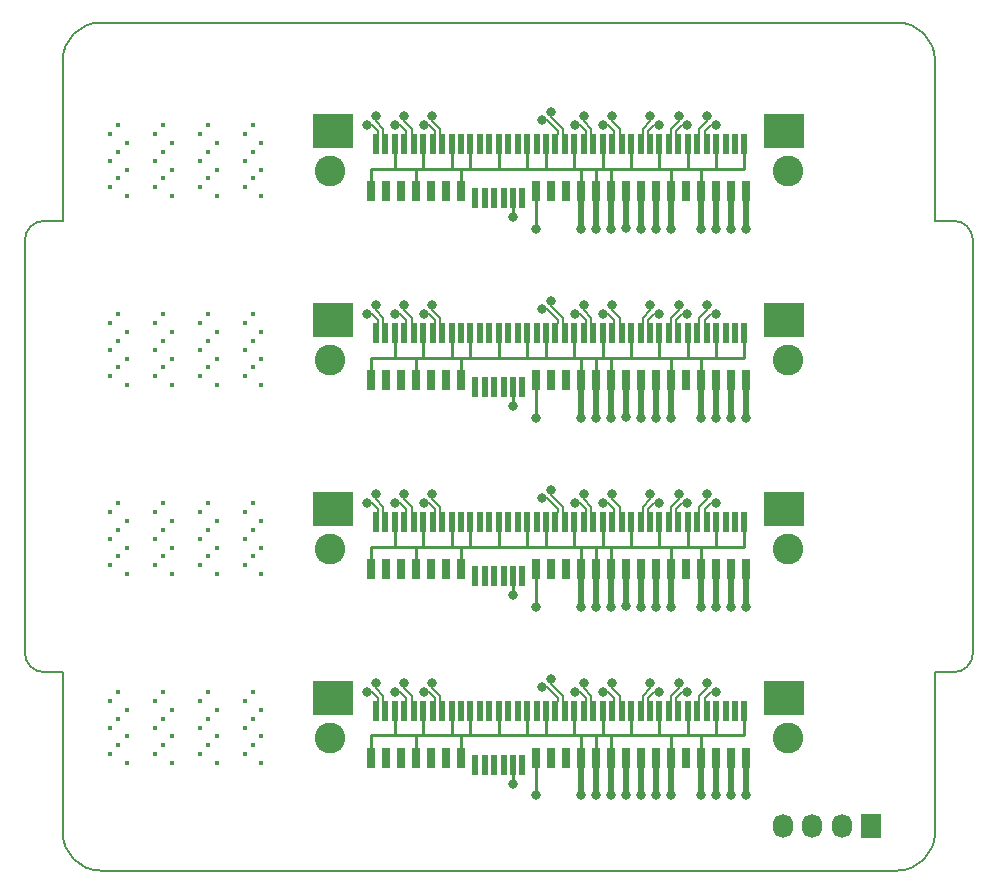
<source format=gbr>
%TF.GenerationSoftware,KiCad,Pcbnew,5.0.1-33cea8e~68~ubuntu18.10.1*%
%TF.CreationDate,2018-11-09T13:17:00-07:00*%
%TF.ProjectId,thelio-io-sas,7468656C696F2D696F2D7361732E6B69,rev?*%
%TF.SameCoordinates,Original*%
%TF.FileFunction,Copper,L1,Top,Signal*%
%TF.FilePolarity,Positive*%
%FSLAX46Y46*%
G04 Gerber Fmt 4.6, Leading zero omitted, Abs format (unit mm)*
G04 Created by KiCad (PCBNEW 5.0.1-33cea8e~68~ubuntu18.10.1) date Fri Nov  9 13:17:00 2018*
%MOMM*%
%LPD*%
G01*
G04 APERTURE LIST*
%TA.AperFunction,NonConductor*%
%ADD10C,0.200000*%
%TD*%
%TA.AperFunction,NonConductor*%
%ADD11C,0.150000*%
%TD*%
%TA.AperFunction,ComponentPad*%
%ADD12C,0.370000*%
%TD*%
%TA.AperFunction,SMDPad,CuDef*%
%ADD13R,0.500000X1.800000*%
%TD*%
%TA.AperFunction,ConnectorPad*%
%ADD14R,3.360000X3.000000*%
%TD*%
%TA.AperFunction,WasherPad*%
%ADD15C,2.600000*%
%TD*%
%TA.AperFunction,SMDPad,CuDef*%
%ADD16R,0.700000X1.800000*%
%TD*%
%TA.AperFunction,ComponentPad*%
%ADD17O,1.730000X2.030000*%
%TD*%
%TA.AperFunction,ComponentPad*%
%ADD18R,1.730000X2.030000*%
%TD*%
%TA.AperFunction,ViaPad*%
%ADD19C,0.800000*%
%TD*%
%TA.AperFunction,Conductor*%
%ADD20C,0.250000*%
%TD*%
%TA.AperFunction,Conductor*%
%ADD21C,0.500000*%
%TD*%
%TA.AperFunction,Conductor*%
%ADD22C,0.200000*%
%TD*%
G04 APERTURE END LIST*
D10*
X77050000Y-18400000D02*
X77050000Y-53400000D01*
X75450000Y-16800000D02*
G75*
G02X77050000Y-18400000I0J-1600000D01*
G01*
X73850000Y-16800000D02*
X75450000Y-16800000D01*
X73850000Y-55000000D02*
X75450000Y-55000000D01*
X77050000Y-53400000D02*
G75*
G02X75450000Y-55000000I-1600000J0D01*
G01*
X70650000Y0D02*
G75*
G02X73850000Y-3200000I0J-3200000D01*
G01*
D11*
X73850000Y-68600000D02*
G75*
G02X70650000Y-71800000I-3200000J0D01*
G01*
D10*
X73850000Y-16800000D02*
X73850000Y-3200000D01*
X73850000Y-55000000D02*
X73850000Y-68600000D01*
X-3200000Y-18400000D02*
G75*
G02X-1600000Y-16800000I1600000J0D01*
G01*
X0Y-16800000D02*
X-1600000Y-16800000D01*
X0Y-55000000D02*
X-1600000Y-55000000D01*
X-1600000Y-55000000D02*
G75*
G02X-3200000Y-53400000I0J1600000D01*
G01*
X-3200000Y-53400000D02*
X-3200000Y-18400000D01*
X0Y-16800000D02*
X0Y-3200000D01*
X0Y-55000000D02*
X0Y-68600000D01*
X3200000Y0D02*
X70650000Y0D01*
X0Y-3200000D02*
G75*
G02X3200000Y0I3200000J0D01*
G01*
X70650000Y-71800000D02*
X3200000Y-71800000D01*
X3200000Y-71800000D02*
G75*
G02X0Y-68600000I0J3200000D01*
G01*
D12*
%TO.P,SAS0,A4*%
%TO.N,/sas0/T1+*%
X5420000Y-12450000D03*
%TO.P,SAS0,A3*%
%TO.N,GND*%
X4720000Y-13200000D03*
%TO.P,SAS0,A2*%
%TO.N,Net-(SAS0-PadA2)*%
X4020000Y-13950000D03*
%TO.P,SAS0,A1*%
%TO.N,Net-(SAS0-PadA1)*%
X5420000Y-14700000D03*
%TO.P,SAS0,A5*%
%TO.N,/sas0/T1-*%
X4020000Y-11700000D03*
%TO.P,SAS0,A7*%
%TO.N,/sas0/T3+*%
X5420000Y-10200000D03*
%TO.P,SAS0,A6*%
%TO.N,GND*%
X4720000Y-10950000D03*
%TO.P,SAS0,A9*%
X4720000Y-8700000D03*
%TO.P,SAS0,A8*%
%TO.N,/sas0/T3-*%
X4020000Y-9450000D03*
%TO.P,SAS0,B2*%
%TO.N,/sas0/WAKE*%
X7820000Y-13950000D03*
%TO.P,SAS0,B6*%
%TO.N,GND*%
X8520000Y-10950000D03*
%TO.P,SAS0,B1*%
%TO.N,Net-(SAS0-PadB1)*%
X9220000Y-14700000D03*
%TO.P,SAS0,B4*%
%TO.N,/sas0/T0+*%
X9220000Y-12450000D03*
%TO.P,SAS0,B9*%
%TO.N,GND*%
X8520000Y-8700000D03*
%TO.P,SAS0,B3*%
X8520000Y-13200000D03*
%TO.P,SAS0,B5*%
%TO.N,/sas0/T0-*%
X7820000Y-11700000D03*
%TO.P,SAS0,B8*%
%TO.N,/sas0/T2-*%
X7820000Y-9450000D03*
%TO.P,SAS0,B7*%
%TO.N,/sas0/T2+*%
X9220000Y-10200000D03*
%TO.P,SAS0,C2*%
%TO.N,/sas0/CLK+*%
X11620000Y-13950000D03*
%TO.P,SAS0,C6*%
%TO.N,GND*%
X12320000Y-10950000D03*
%TO.P,SAS0,C1*%
%TO.N,/sas0/RST*%
X13020000Y-14700000D03*
%TO.P,SAS0,C4*%
%TO.N,/sas0/R1+*%
X13020000Y-12450000D03*
%TO.P,SAS0,C9*%
%TO.N,GND*%
X12320000Y-8700000D03*
%TO.P,SAS0,C3*%
X12320000Y-13200000D03*
%TO.P,SAS0,C5*%
%TO.N,/sas0/R1-*%
X11620000Y-11700000D03*
%TO.P,SAS0,C8*%
%TO.N,/sas0/R3-*%
X11620000Y-9450000D03*
%TO.P,SAS0,C7*%
%TO.N,/sas0/R3+*%
X13020000Y-10200000D03*
%TO.P,SAS0,D2*%
%TO.N,/sas0/CLK-*%
X15420000Y-13950000D03*
%TO.P,SAS0,D6*%
%TO.N,GND*%
X16120000Y-10950000D03*
%TO.P,SAS0,D1*%
%TO.N,Net-(SAS0-PadD1)*%
X16820000Y-14700000D03*
%TO.P,SAS0,D4*%
%TO.N,/sas0/R0+*%
X16820000Y-12450000D03*
%TO.P,SAS0,D9*%
%TO.N,GND*%
X16120000Y-8700000D03*
%TO.P,SAS0,D3*%
X16120000Y-13200000D03*
%TO.P,SAS0,D5*%
%TO.N,/sas0/R0-*%
X15420000Y-11700000D03*
%TO.P,SAS0,D8*%
%TO.N,/sas0/R2-*%
X15420000Y-9450000D03*
%TO.P,SAS0,D7*%
%TO.N,/sas0/R2+*%
X16820000Y-10200000D03*
%TD*%
D13*
%TO.P,U.2_0,E7*%
%TO.N,/sas0/CLK+*%
X26520000Y-10300000D03*
%TO.P,U.2_0,E8*%
%TO.N,/sas0/CLK-*%
X27320000Y-10300000D03*
%TO.P,U.2_0,E9*%
%TO.N,GND*%
X28120000Y-10300000D03*
%TO.P,U.2_0,E10*%
%TO.N,/sas0/T0+*%
X28920000Y-10300000D03*
%TO.P,U.2_0,E11*%
%TO.N,/sas0/T0-*%
X29720000Y-10300000D03*
%TO.P,U.2_0,E12*%
%TO.N,GND*%
X30520000Y-10300000D03*
%TO.P,U.2_0,E13*%
%TO.N,/sas0/R0-*%
X31320000Y-10300000D03*
%TO.P,U.2_0,E14*%
%TO.N,/sas0/R0+*%
X32120000Y-10300000D03*
%TO.P,U.2_0,E15*%
%TO.N,GND*%
X32920000Y-10300000D03*
%TO.P,U.2_0,E16*%
%TO.N,Net-(U.2_0-PadE16)*%
X33720000Y-10300000D03*
%TO.P,U.2_0,S8*%
%TO.N,GND*%
X34520000Y-10300000D03*
%TO.P,U.2_0,S9*%
%TO.N,Net-(U.2_0-PadS9)*%
X35320000Y-10300000D03*
%TO.P,U.2_0,S10*%
%TO.N,Net-(U.2_0-PadS10)*%
X36120000Y-10300000D03*
%TO.P,U.2_0,S11*%
%TO.N,GND*%
X36920000Y-10300000D03*
%TO.P,U.2_0,S12*%
%TO.N,Net-(U.2_0-PadS12)*%
X37720000Y-10300000D03*
%TO.P,U.2_0,S13*%
%TO.N,Net-(U.2_0-PadS13)*%
X38520000Y-10300000D03*
%TO.P,U.2_0,S14*%
%TO.N,GND*%
X39320000Y-10300000D03*
%TO.P,U.2_0,E17*%
%TO.N,Net-(U.2_0-PadE17)*%
X40120000Y-10300000D03*
%TO.P,U.2_0,E18*%
%TO.N,GND*%
X40920000Y-10300000D03*
%TO.P,U.2_0,E19*%
%TO.N,/sas0/T1+*%
X41720000Y-10300000D03*
%TO.P,U.2_0,E20*%
%TO.N,/sas0/T1-*%
X42520000Y-10300000D03*
%TO.P,U.2_0,E21*%
%TO.N,GND*%
X43320000Y-10300000D03*
%TO.P,U.2_0,E22*%
%TO.N,/sas0/R1-*%
X44120000Y-10300000D03*
%TO.P,U.2_0,E23*%
%TO.N,/sas0/R1+*%
X44920000Y-10300000D03*
%TO.P,U.2_0,E24*%
%TO.N,GND*%
X45720000Y-10300000D03*
%TO.P,U.2_0,E25*%
%TO.N,/sas0/T2+*%
X46520000Y-10300000D03*
%TO.P,U.2_0,E26*%
%TO.N,/sas0/T2-*%
X47320000Y-10300000D03*
%TO.P,U.2_0,E27*%
%TO.N,GND*%
X48120000Y-10300000D03*
%TO.P,U.2_0,E28*%
%TO.N,/sas0/R2-*%
X48920000Y-10300000D03*
%TO.P,U.2_0,E29*%
%TO.N,/sas0/R2+*%
X49720000Y-10300000D03*
%TO.P,U.2_0,E30*%
%TO.N,GND*%
X50520000Y-10300000D03*
%TO.P,U.2_0,E31*%
%TO.N,/sas0/T3+*%
X51320000Y-10300000D03*
%TO.P,U.2_0,E32*%
%TO.N,/sas0/T3-*%
X52120000Y-10300000D03*
%TO.P,U.2_0,E33*%
%TO.N,GND*%
X52920000Y-10300000D03*
%TO.P,U.2_0,E34*%
%TO.N,/sas0/R3-*%
X53720000Y-10300000D03*
%TO.P,U.2_0,E35*%
%TO.N,/sas0/R3+*%
X54520000Y-10300000D03*
%TO.P,U.2_0,E36*%
%TO.N,GND*%
X55320000Y-10300000D03*
%TO.P,U.2_0,E37*%
%TO.N,/sas0/SCLK*%
X56120000Y-10300000D03*
%TO.P,U.2_0,E38*%
%TO.N,/sas0/SDAT*%
X56920000Y-10300000D03*
%TO.P,U.2_0,E39*%
%TO.N,GND*%
X57720000Y-10300000D03*
D14*
%TO.P,U.2_0,*%
%TO.N,*%
X61095000Y-9160000D03*
D15*
X61365000Y-12560000D03*
X22635000Y-12560000D03*
D14*
X22905000Y-9160000D03*
D16*
%TO.P,U.2_0,P15*%
%TO.N,+12V*%
X57875000Y-14270000D03*
%TO.P,U.2_0,P14*%
X56605000Y-14270000D03*
%TO.P,U.2_0,P13*%
X55335000Y-14270000D03*
%TO.P,U.2_0,P12*%
%TO.N,GND*%
X54065000Y-14270000D03*
%TO.P,U.2_0,P11*%
%TO.N,/sas0/ACT*%
X52795000Y-14270000D03*
%TO.P,U.2_0,P10*%
%TO.N,GND*%
X51525000Y-14270000D03*
%TO.P,U.2_0,P9*%
%TO.N,+5V*%
X50255000Y-14270000D03*
%TO.P,U.2_0,P8*%
X48985000Y-14270000D03*
%TO.P,U.2_0,P7*%
X47715000Y-14270000D03*
%TO.P,U.2_0,P6*%
%TO.N,GND*%
X46445000Y-14270000D03*
%TO.P,U.2_0,P5*%
X45175000Y-14270000D03*
%TO.P,U.2_0,P4*%
X43905000Y-14270000D03*
%TO.P,U.2_0,P3*%
%TO.N,Net-(U.2_0-PadP3)*%
X42635000Y-14270000D03*
%TO.P,U.2_0,P2*%
%TO.N,Net-(U.2_0-PadP2)*%
X41365000Y-14270000D03*
%TO.P,U.2_0,S7*%
%TO.N,GND*%
X33745000Y-14270000D03*
%TO.P,U.2_0,S6*%
%TO.N,Net-(U.2_0-PadS6)*%
X32475000Y-14270000D03*
%TO.P,U.2_0,S5*%
%TO.N,Net-(U.2_0-PadS5)*%
X31205000Y-14270000D03*
%TO.P,U.2_0,S4*%
%TO.N,GND*%
X29935000Y-14270000D03*
%TO.P,U.2_0,S3*%
%TO.N,Net-(U.2_0-PadS3)*%
X28665000Y-14270000D03*
%TO.P,U.2_0,S2*%
%TO.N,Net-(U.2_0-PadS2)*%
X27395000Y-14270000D03*
%TO.P,U.2_0,S1*%
%TO.N,GND*%
X26125000Y-14270000D03*
D13*
%TO.P,U.2_0,E6*%
%TO.N,Net-(U.2_0-PadE6)*%
X38920000Y-14890000D03*
D16*
%TO.P,U.2_0,P1*%
%TO.N,/sas0/WAKE*%
X40095000Y-14270000D03*
D13*
%TO.P,U.2_0,E5*%
%TO.N,/sas0/RST*%
X38120000Y-14890000D03*
%TO.P,U.2_0,E4*%
%TO.N,Net-(U.2_0-PadE4)*%
X37320000Y-14890000D03*
%TO.P,U.2_0,E3*%
%TO.N,Net-(U.2_0-PadE3)*%
X36520000Y-14890000D03*
%TO.P,U.2_0,E2*%
%TO.N,Net-(U.2_0-PadE2)*%
X35720000Y-14890000D03*
%TO.P,U.2_0,E1*%
%TO.N,Net-(U.2_0-PadE1)*%
X34920000Y-14890000D03*
%TD*%
D12*
%TO.P,SAS1,A4*%
%TO.N,/sas1/T1+*%
X5420000Y-28450000D03*
%TO.P,SAS1,A3*%
%TO.N,GND*%
X4720000Y-29200000D03*
%TO.P,SAS1,A2*%
%TO.N,Net-(SAS1-PadA2)*%
X4020000Y-29950000D03*
%TO.P,SAS1,A1*%
%TO.N,Net-(SAS1-PadA1)*%
X5420000Y-30700000D03*
%TO.P,SAS1,A5*%
%TO.N,/sas1/T1-*%
X4020000Y-27700000D03*
%TO.P,SAS1,A7*%
%TO.N,/sas1/T3+*%
X5420000Y-26200000D03*
%TO.P,SAS1,A6*%
%TO.N,GND*%
X4720000Y-26950000D03*
%TO.P,SAS1,A9*%
X4720000Y-24700000D03*
%TO.P,SAS1,A8*%
%TO.N,/sas1/T3-*%
X4020000Y-25450000D03*
%TO.P,SAS1,B2*%
%TO.N,/sas1/WAKE*%
X7820000Y-29950000D03*
%TO.P,SAS1,B6*%
%TO.N,GND*%
X8520000Y-26950000D03*
%TO.P,SAS1,B1*%
%TO.N,Net-(SAS1-PadB1)*%
X9220000Y-30700000D03*
%TO.P,SAS1,B4*%
%TO.N,/sas1/T0+*%
X9220000Y-28450000D03*
%TO.P,SAS1,B9*%
%TO.N,GND*%
X8520000Y-24700000D03*
%TO.P,SAS1,B3*%
X8520000Y-29200000D03*
%TO.P,SAS1,B5*%
%TO.N,/sas1/T0-*%
X7820000Y-27700000D03*
%TO.P,SAS1,B8*%
%TO.N,/sas1/T2-*%
X7820000Y-25450000D03*
%TO.P,SAS1,B7*%
%TO.N,/sas1/T2+*%
X9220000Y-26200000D03*
%TO.P,SAS1,C2*%
%TO.N,/sas1/CLK+*%
X11620000Y-29950000D03*
%TO.P,SAS1,C6*%
%TO.N,GND*%
X12320000Y-26950000D03*
%TO.P,SAS1,C1*%
%TO.N,/sas1/RST*%
X13020000Y-30700000D03*
%TO.P,SAS1,C4*%
%TO.N,/sas1/R1+*%
X13020000Y-28450000D03*
%TO.P,SAS1,C9*%
%TO.N,GND*%
X12320000Y-24700000D03*
%TO.P,SAS1,C3*%
X12320000Y-29200000D03*
%TO.P,SAS1,C5*%
%TO.N,/sas1/R1-*%
X11620000Y-27700000D03*
%TO.P,SAS1,C8*%
%TO.N,/sas1/R3-*%
X11620000Y-25450000D03*
%TO.P,SAS1,C7*%
%TO.N,/sas1/R3+*%
X13020000Y-26200000D03*
%TO.P,SAS1,D2*%
%TO.N,/sas1/CLK-*%
X15420000Y-29950000D03*
%TO.P,SAS1,D6*%
%TO.N,GND*%
X16120000Y-26950000D03*
%TO.P,SAS1,D1*%
%TO.N,Net-(SAS1-PadD1)*%
X16820000Y-30700000D03*
%TO.P,SAS1,D4*%
%TO.N,/sas1/R0+*%
X16820000Y-28450000D03*
%TO.P,SAS1,D9*%
%TO.N,GND*%
X16120000Y-24700000D03*
%TO.P,SAS1,D3*%
X16120000Y-29200000D03*
%TO.P,SAS1,D5*%
%TO.N,/sas1/R0-*%
X15420000Y-27700000D03*
%TO.P,SAS1,D8*%
%TO.N,/sas1/R2-*%
X15420000Y-25450000D03*
%TO.P,SAS1,D7*%
%TO.N,/sas1/R2+*%
X16820000Y-26200000D03*
%TD*%
D13*
%TO.P,U.2_1,E7*%
%TO.N,/sas1/CLK+*%
X26520000Y-26300000D03*
%TO.P,U.2_1,E8*%
%TO.N,/sas1/CLK-*%
X27320000Y-26300000D03*
%TO.P,U.2_1,E9*%
%TO.N,GND*%
X28120000Y-26300000D03*
%TO.P,U.2_1,E10*%
%TO.N,/sas1/T0+*%
X28920000Y-26300000D03*
%TO.P,U.2_1,E11*%
%TO.N,/sas1/T0-*%
X29720000Y-26300000D03*
%TO.P,U.2_1,E12*%
%TO.N,GND*%
X30520000Y-26300000D03*
%TO.P,U.2_1,E13*%
%TO.N,/sas1/R0-*%
X31320000Y-26300000D03*
%TO.P,U.2_1,E14*%
%TO.N,/sas1/R0+*%
X32120000Y-26300000D03*
%TO.P,U.2_1,E15*%
%TO.N,GND*%
X32920000Y-26300000D03*
%TO.P,U.2_1,E16*%
%TO.N,Net-(U.2_1-PadE16)*%
X33720000Y-26300000D03*
%TO.P,U.2_1,S8*%
%TO.N,GND*%
X34520000Y-26300000D03*
%TO.P,U.2_1,S9*%
%TO.N,Net-(U.2_1-PadS9)*%
X35320000Y-26300000D03*
%TO.P,U.2_1,S10*%
%TO.N,Net-(U.2_1-PadS10)*%
X36120000Y-26300000D03*
%TO.P,U.2_1,S11*%
%TO.N,GND*%
X36920000Y-26300000D03*
%TO.P,U.2_1,S12*%
%TO.N,Net-(U.2_1-PadS12)*%
X37720000Y-26300000D03*
%TO.P,U.2_1,S13*%
%TO.N,Net-(U.2_1-PadS13)*%
X38520000Y-26300000D03*
%TO.P,U.2_1,S14*%
%TO.N,GND*%
X39320000Y-26300000D03*
%TO.P,U.2_1,E17*%
%TO.N,Net-(U.2_1-PadE17)*%
X40120000Y-26300000D03*
%TO.P,U.2_1,E18*%
%TO.N,GND*%
X40920000Y-26300000D03*
%TO.P,U.2_1,E19*%
%TO.N,/sas1/T1+*%
X41720000Y-26300000D03*
%TO.P,U.2_1,E20*%
%TO.N,/sas1/T1-*%
X42520000Y-26300000D03*
%TO.P,U.2_1,E21*%
%TO.N,GND*%
X43320000Y-26300000D03*
%TO.P,U.2_1,E22*%
%TO.N,/sas1/R1-*%
X44120000Y-26300000D03*
%TO.P,U.2_1,E23*%
%TO.N,/sas1/R1+*%
X44920000Y-26300000D03*
%TO.P,U.2_1,E24*%
%TO.N,GND*%
X45720000Y-26300000D03*
%TO.P,U.2_1,E25*%
%TO.N,/sas1/T2+*%
X46520000Y-26300000D03*
%TO.P,U.2_1,E26*%
%TO.N,/sas1/T2-*%
X47320000Y-26300000D03*
%TO.P,U.2_1,E27*%
%TO.N,GND*%
X48120000Y-26300000D03*
%TO.P,U.2_1,E28*%
%TO.N,/sas1/R2-*%
X48920000Y-26300000D03*
%TO.P,U.2_1,E29*%
%TO.N,/sas1/R2+*%
X49720000Y-26300000D03*
%TO.P,U.2_1,E30*%
%TO.N,GND*%
X50520000Y-26300000D03*
%TO.P,U.2_1,E31*%
%TO.N,/sas1/T3+*%
X51320000Y-26300000D03*
%TO.P,U.2_1,E32*%
%TO.N,/sas1/T3-*%
X52120000Y-26300000D03*
%TO.P,U.2_1,E33*%
%TO.N,GND*%
X52920000Y-26300000D03*
%TO.P,U.2_1,E34*%
%TO.N,/sas1/R3-*%
X53720000Y-26300000D03*
%TO.P,U.2_1,E35*%
%TO.N,/sas1/R3+*%
X54520000Y-26300000D03*
%TO.P,U.2_1,E36*%
%TO.N,GND*%
X55320000Y-26300000D03*
%TO.P,U.2_1,E37*%
%TO.N,/sas1/SCLK*%
X56120000Y-26300000D03*
%TO.P,U.2_1,E38*%
%TO.N,/sas1/SDAT*%
X56920000Y-26300000D03*
%TO.P,U.2_1,E39*%
%TO.N,GND*%
X57720000Y-26300000D03*
D14*
%TO.P,U.2_1,*%
%TO.N,*%
X61095000Y-25160000D03*
D15*
X61365000Y-28560000D03*
X22635000Y-28560000D03*
D14*
X22905000Y-25160000D03*
D16*
%TO.P,U.2_1,P15*%
%TO.N,+12V*%
X57875000Y-30270000D03*
%TO.P,U.2_1,P14*%
X56605000Y-30270000D03*
%TO.P,U.2_1,P13*%
X55335000Y-30270000D03*
%TO.P,U.2_1,P12*%
%TO.N,GND*%
X54065000Y-30270000D03*
%TO.P,U.2_1,P11*%
%TO.N,/sas1/ACT*%
X52795000Y-30270000D03*
%TO.P,U.2_1,P10*%
%TO.N,GND*%
X51525000Y-30270000D03*
%TO.P,U.2_1,P9*%
%TO.N,+5V*%
X50255000Y-30270000D03*
%TO.P,U.2_1,P8*%
X48985000Y-30270000D03*
%TO.P,U.2_1,P7*%
X47715000Y-30270000D03*
%TO.P,U.2_1,P6*%
%TO.N,GND*%
X46445000Y-30270000D03*
%TO.P,U.2_1,P5*%
X45175000Y-30270000D03*
%TO.P,U.2_1,P4*%
X43905000Y-30270000D03*
%TO.P,U.2_1,P3*%
%TO.N,Net-(U.2_1-PadP3)*%
X42635000Y-30270000D03*
%TO.P,U.2_1,P2*%
%TO.N,Net-(U.2_1-PadP2)*%
X41365000Y-30270000D03*
%TO.P,U.2_1,S7*%
%TO.N,GND*%
X33745000Y-30270000D03*
%TO.P,U.2_1,S6*%
%TO.N,Net-(U.2_1-PadS6)*%
X32475000Y-30270000D03*
%TO.P,U.2_1,S5*%
%TO.N,Net-(U.2_1-PadS5)*%
X31205000Y-30270000D03*
%TO.P,U.2_1,S4*%
%TO.N,GND*%
X29935000Y-30270000D03*
%TO.P,U.2_1,S3*%
%TO.N,Net-(U.2_1-PadS3)*%
X28665000Y-30270000D03*
%TO.P,U.2_1,S2*%
%TO.N,Net-(U.2_1-PadS2)*%
X27395000Y-30270000D03*
%TO.P,U.2_1,S1*%
%TO.N,GND*%
X26125000Y-30270000D03*
D13*
%TO.P,U.2_1,E6*%
%TO.N,Net-(U.2_1-PadE6)*%
X38920000Y-30890000D03*
D16*
%TO.P,U.2_1,P1*%
%TO.N,/sas1/WAKE*%
X40095000Y-30270000D03*
D13*
%TO.P,U.2_1,E5*%
%TO.N,/sas1/RST*%
X38120000Y-30890000D03*
%TO.P,U.2_1,E4*%
%TO.N,Net-(U.2_1-PadE4)*%
X37320000Y-30890000D03*
%TO.P,U.2_1,E3*%
%TO.N,Net-(U.2_1-PadE3)*%
X36520000Y-30890000D03*
%TO.P,U.2_1,E2*%
%TO.N,Net-(U.2_1-PadE2)*%
X35720000Y-30890000D03*
%TO.P,U.2_1,E1*%
%TO.N,Net-(U.2_1-PadE1)*%
X34920000Y-30890000D03*
%TD*%
D12*
%TO.P,SAS2,A4*%
%TO.N,/sas2/T1+*%
X5420000Y-44450000D03*
%TO.P,SAS2,A3*%
%TO.N,GND*%
X4720000Y-45200000D03*
%TO.P,SAS2,A2*%
%TO.N,Net-(SAS2-PadA2)*%
X4020000Y-45950000D03*
%TO.P,SAS2,A1*%
%TO.N,Net-(SAS2-PadA1)*%
X5420000Y-46700000D03*
%TO.P,SAS2,A5*%
%TO.N,/sas2/T1-*%
X4020000Y-43700000D03*
%TO.P,SAS2,A7*%
%TO.N,/sas2/T3+*%
X5420000Y-42200000D03*
%TO.P,SAS2,A6*%
%TO.N,GND*%
X4720000Y-42950000D03*
%TO.P,SAS2,A9*%
X4720000Y-40700000D03*
%TO.P,SAS2,A8*%
%TO.N,/sas2/T3-*%
X4020000Y-41450000D03*
%TO.P,SAS2,B2*%
%TO.N,/sas2/WAKE*%
X7820000Y-45950000D03*
%TO.P,SAS2,B6*%
%TO.N,GND*%
X8520000Y-42950000D03*
%TO.P,SAS2,B1*%
%TO.N,Net-(SAS2-PadB1)*%
X9220000Y-46700000D03*
%TO.P,SAS2,B4*%
%TO.N,/sas2/T0+*%
X9220000Y-44450000D03*
%TO.P,SAS2,B9*%
%TO.N,GND*%
X8520000Y-40700000D03*
%TO.P,SAS2,B3*%
X8520000Y-45200000D03*
%TO.P,SAS2,B5*%
%TO.N,/sas2/T0-*%
X7820000Y-43700000D03*
%TO.P,SAS2,B8*%
%TO.N,/sas2/T2-*%
X7820000Y-41450000D03*
%TO.P,SAS2,B7*%
%TO.N,/sas2/T2+*%
X9220000Y-42200000D03*
%TO.P,SAS2,C2*%
%TO.N,/sas2/CLK+*%
X11620000Y-45950000D03*
%TO.P,SAS2,C6*%
%TO.N,GND*%
X12320000Y-42950000D03*
%TO.P,SAS2,C1*%
%TO.N,/sas2/RST*%
X13020000Y-46700000D03*
%TO.P,SAS2,C4*%
%TO.N,/sas2/R1+*%
X13020000Y-44450000D03*
%TO.P,SAS2,C9*%
%TO.N,GND*%
X12320000Y-40700000D03*
%TO.P,SAS2,C3*%
X12320000Y-45200000D03*
%TO.P,SAS2,C5*%
%TO.N,/sas2/R1-*%
X11620000Y-43700000D03*
%TO.P,SAS2,C8*%
%TO.N,/sas2/R3-*%
X11620000Y-41450000D03*
%TO.P,SAS2,C7*%
%TO.N,/sas2/R3+*%
X13020000Y-42200000D03*
%TO.P,SAS2,D2*%
%TO.N,/sas2/CLK-*%
X15420000Y-45950000D03*
%TO.P,SAS2,D6*%
%TO.N,GND*%
X16120000Y-42950000D03*
%TO.P,SAS2,D1*%
%TO.N,Net-(SAS2-PadD1)*%
X16820000Y-46700000D03*
%TO.P,SAS2,D4*%
%TO.N,/sas2/R0+*%
X16820000Y-44450000D03*
%TO.P,SAS2,D9*%
%TO.N,GND*%
X16120000Y-40700000D03*
%TO.P,SAS2,D3*%
X16120000Y-45200000D03*
%TO.P,SAS2,D5*%
%TO.N,/sas2/R0-*%
X15420000Y-43700000D03*
%TO.P,SAS2,D8*%
%TO.N,/sas2/R2-*%
X15420000Y-41450000D03*
%TO.P,SAS2,D7*%
%TO.N,/sas2/R2+*%
X16820000Y-42200000D03*
%TD*%
D13*
%TO.P,U.2_2,E7*%
%TO.N,/sas2/CLK+*%
X26520000Y-42300000D03*
%TO.P,U.2_2,E8*%
%TO.N,/sas2/CLK-*%
X27320000Y-42300000D03*
%TO.P,U.2_2,E9*%
%TO.N,GND*%
X28120000Y-42300000D03*
%TO.P,U.2_2,E10*%
%TO.N,/sas2/T0+*%
X28920000Y-42300000D03*
%TO.P,U.2_2,E11*%
%TO.N,/sas2/T0-*%
X29720000Y-42300000D03*
%TO.P,U.2_2,E12*%
%TO.N,GND*%
X30520000Y-42300000D03*
%TO.P,U.2_2,E13*%
%TO.N,/sas2/R0-*%
X31320000Y-42300000D03*
%TO.P,U.2_2,E14*%
%TO.N,/sas2/R0+*%
X32120000Y-42300000D03*
%TO.P,U.2_2,E15*%
%TO.N,GND*%
X32920000Y-42300000D03*
%TO.P,U.2_2,E16*%
%TO.N,Net-(U.2_2-PadE16)*%
X33720000Y-42300000D03*
%TO.P,U.2_2,S8*%
%TO.N,GND*%
X34520000Y-42300000D03*
%TO.P,U.2_2,S9*%
%TO.N,Net-(U.2_2-PadS9)*%
X35320000Y-42300000D03*
%TO.P,U.2_2,S10*%
%TO.N,Net-(U.2_2-PadS10)*%
X36120000Y-42300000D03*
%TO.P,U.2_2,S11*%
%TO.N,GND*%
X36920000Y-42300000D03*
%TO.P,U.2_2,S12*%
%TO.N,Net-(U.2_2-PadS12)*%
X37720000Y-42300000D03*
%TO.P,U.2_2,S13*%
%TO.N,Net-(U.2_2-PadS13)*%
X38520000Y-42300000D03*
%TO.P,U.2_2,S14*%
%TO.N,GND*%
X39320000Y-42300000D03*
%TO.P,U.2_2,E17*%
%TO.N,Net-(U.2_2-PadE17)*%
X40120000Y-42300000D03*
%TO.P,U.2_2,E18*%
%TO.N,GND*%
X40920000Y-42300000D03*
%TO.P,U.2_2,E19*%
%TO.N,/sas2/T1+*%
X41720000Y-42300000D03*
%TO.P,U.2_2,E20*%
%TO.N,/sas2/T1-*%
X42520000Y-42300000D03*
%TO.P,U.2_2,E21*%
%TO.N,GND*%
X43320000Y-42300000D03*
%TO.P,U.2_2,E22*%
%TO.N,/sas2/R1-*%
X44120000Y-42300000D03*
%TO.P,U.2_2,E23*%
%TO.N,/sas2/R1+*%
X44920000Y-42300000D03*
%TO.P,U.2_2,E24*%
%TO.N,GND*%
X45720000Y-42300000D03*
%TO.P,U.2_2,E25*%
%TO.N,/sas2/T2+*%
X46520000Y-42300000D03*
%TO.P,U.2_2,E26*%
%TO.N,/sas2/T2-*%
X47320000Y-42300000D03*
%TO.P,U.2_2,E27*%
%TO.N,GND*%
X48120000Y-42300000D03*
%TO.P,U.2_2,E28*%
%TO.N,/sas2/R2-*%
X48920000Y-42300000D03*
%TO.P,U.2_2,E29*%
%TO.N,/sas2/R2+*%
X49720000Y-42300000D03*
%TO.P,U.2_2,E30*%
%TO.N,GND*%
X50520000Y-42300000D03*
%TO.P,U.2_2,E31*%
%TO.N,/sas2/T3+*%
X51320000Y-42300000D03*
%TO.P,U.2_2,E32*%
%TO.N,/sas2/T3-*%
X52120000Y-42300000D03*
%TO.P,U.2_2,E33*%
%TO.N,GND*%
X52920000Y-42300000D03*
%TO.P,U.2_2,E34*%
%TO.N,/sas2/R3-*%
X53720000Y-42300000D03*
%TO.P,U.2_2,E35*%
%TO.N,/sas2/R3+*%
X54520000Y-42300000D03*
%TO.P,U.2_2,E36*%
%TO.N,GND*%
X55320000Y-42300000D03*
%TO.P,U.2_2,E37*%
%TO.N,/sas2/SCLK*%
X56120000Y-42300000D03*
%TO.P,U.2_2,E38*%
%TO.N,/sas2/SDAT*%
X56920000Y-42300000D03*
%TO.P,U.2_2,E39*%
%TO.N,GND*%
X57720000Y-42300000D03*
D14*
%TO.P,U.2_2,*%
%TO.N,*%
X61095000Y-41160000D03*
D15*
X61365000Y-44560000D03*
X22635000Y-44560000D03*
D14*
X22905000Y-41160000D03*
D16*
%TO.P,U.2_2,P15*%
%TO.N,+12V*%
X57875000Y-46270000D03*
%TO.P,U.2_2,P14*%
X56605000Y-46270000D03*
%TO.P,U.2_2,P13*%
X55335000Y-46270000D03*
%TO.P,U.2_2,P12*%
%TO.N,GND*%
X54065000Y-46270000D03*
%TO.P,U.2_2,P11*%
%TO.N,/sas2/ACT*%
X52795000Y-46270000D03*
%TO.P,U.2_2,P10*%
%TO.N,GND*%
X51525000Y-46270000D03*
%TO.P,U.2_2,P9*%
%TO.N,+5V*%
X50255000Y-46270000D03*
%TO.P,U.2_2,P8*%
X48985000Y-46270000D03*
%TO.P,U.2_2,P7*%
X47715000Y-46270000D03*
%TO.P,U.2_2,P6*%
%TO.N,GND*%
X46445000Y-46270000D03*
%TO.P,U.2_2,P5*%
X45175000Y-46270000D03*
%TO.P,U.2_2,P4*%
X43905000Y-46270000D03*
%TO.P,U.2_2,P3*%
%TO.N,Net-(U.2_2-PadP3)*%
X42635000Y-46270000D03*
%TO.P,U.2_2,P2*%
%TO.N,Net-(U.2_2-PadP2)*%
X41365000Y-46270000D03*
%TO.P,U.2_2,S7*%
%TO.N,GND*%
X33745000Y-46270000D03*
%TO.P,U.2_2,S6*%
%TO.N,Net-(U.2_2-PadS6)*%
X32475000Y-46270000D03*
%TO.P,U.2_2,S5*%
%TO.N,Net-(U.2_2-PadS5)*%
X31205000Y-46270000D03*
%TO.P,U.2_2,S4*%
%TO.N,GND*%
X29935000Y-46270000D03*
%TO.P,U.2_2,S3*%
%TO.N,Net-(U.2_2-PadS3)*%
X28665000Y-46270000D03*
%TO.P,U.2_2,S2*%
%TO.N,Net-(U.2_2-PadS2)*%
X27395000Y-46270000D03*
%TO.P,U.2_2,S1*%
%TO.N,GND*%
X26125000Y-46270000D03*
D13*
%TO.P,U.2_2,E6*%
%TO.N,Net-(U.2_2-PadE6)*%
X38920000Y-46890000D03*
D16*
%TO.P,U.2_2,P1*%
%TO.N,/sas2/WAKE*%
X40095000Y-46270000D03*
D13*
%TO.P,U.2_2,E5*%
%TO.N,/sas2/RST*%
X38120000Y-46890000D03*
%TO.P,U.2_2,E4*%
%TO.N,Net-(U.2_2-PadE4)*%
X37320000Y-46890000D03*
%TO.P,U.2_2,E3*%
%TO.N,Net-(U.2_2-PadE3)*%
X36520000Y-46890000D03*
%TO.P,U.2_2,E2*%
%TO.N,Net-(U.2_2-PadE2)*%
X35720000Y-46890000D03*
%TO.P,U.2_2,E1*%
%TO.N,Net-(U.2_2-PadE1)*%
X34920000Y-46890000D03*
%TD*%
%TO.P,U.2_3,E7*%
%TO.N,/sas3/CLK+*%
X26520000Y-58300000D03*
%TO.P,U.2_3,E8*%
%TO.N,/sas3/CLK-*%
X27320000Y-58300000D03*
%TO.P,U.2_3,E9*%
%TO.N,GND*%
X28120000Y-58300000D03*
%TO.P,U.2_3,E10*%
%TO.N,/sas3/T0+*%
X28920000Y-58300000D03*
%TO.P,U.2_3,E11*%
%TO.N,/sas3/T0-*%
X29720000Y-58300000D03*
%TO.P,U.2_3,E12*%
%TO.N,GND*%
X30520000Y-58300000D03*
%TO.P,U.2_3,E13*%
%TO.N,/sas3/R0-*%
X31320000Y-58300000D03*
%TO.P,U.2_3,E14*%
%TO.N,/sas3/R0+*%
X32120000Y-58300000D03*
%TO.P,U.2_3,E15*%
%TO.N,GND*%
X32920000Y-58300000D03*
%TO.P,U.2_3,E16*%
%TO.N,Net-(U.2_3-PadE16)*%
X33720000Y-58300000D03*
%TO.P,U.2_3,S8*%
%TO.N,GND*%
X34520000Y-58300000D03*
%TO.P,U.2_3,S9*%
%TO.N,Net-(U.2_3-PadS9)*%
X35320000Y-58300000D03*
%TO.P,U.2_3,S10*%
%TO.N,Net-(U.2_3-PadS10)*%
X36120000Y-58300000D03*
%TO.P,U.2_3,S11*%
%TO.N,GND*%
X36920000Y-58300000D03*
%TO.P,U.2_3,S12*%
%TO.N,Net-(U.2_3-PadS12)*%
X37720000Y-58300000D03*
%TO.P,U.2_3,S13*%
%TO.N,Net-(U.2_3-PadS13)*%
X38520000Y-58300000D03*
%TO.P,U.2_3,S14*%
%TO.N,GND*%
X39320000Y-58300000D03*
%TO.P,U.2_3,E17*%
%TO.N,Net-(U.2_3-PadE17)*%
X40120000Y-58300000D03*
%TO.P,U.2_3,E18*%
%TO.N,GND*%
X40920000Y-58300000D03*
%TO.P,U.2_3,E19*%
%TO.N,/sas3/T1+*%
X41720000Y-58300000D03*
%TO.P,U.2_3,E20*%
%TO.N,/sas3/T1-*%
X42520000Y-58300000D03*
%TO.P,U.2_3,E21*%
%TO.N,GND*%
X43320000Y-58300000D03*
%TO.P,U.2_3,E22*%
%TO.N,/sas3/R1-*%
X44120000Y-58300000D03*
%TO.P,U.2_3,E23*%
%TO.N,/sas3/R1+*%
X44920000Y-58300000D03*
%TO.P,U.2_3,E24*%
%TO.N,GND*%
X45720000Y-58300000D03*
%TO.P,U.2_3,E25*%
%TO.N,/sas3/T2+*%
X46520000Y-58300000D03*
%TO.P,U.2_3,E26*%
%TO.N,/sas3/T2-*%
X47320000Y-58300000D03*
%TO.P,U.2_3,E27*%
%TO.N,GND*%
X48120000Y-58300000D03*
%TO.P,U.2_3,E28*%
%TO.N,/sas3/R2-*%
X48920000Y-58300000D03*
%TO.P,U.2_3,E29*%
%TO.N,/sas3/R2+*%
X49720000Y-58300000D03*
%TO.P,U.2_3,E30*%
%TO.N,GND*%
X50520000Y-58300000D03*
%TO.P,U.2_3,E31*%
%TO.N,/sas3/T3+*%
X51320000Y-58300000D03*
%TO.P,U.2_3,E32*%
%TO.N,/sas3/T3-*%
X52120000Y-58300000D03*
%TO.P,U.2_3,E33*%
%TO.N,GND*%
X52920000Y-58300000D03*
%TO.P,U.2_3,E34*%
%TO.N,/sas3/R3-*%
X53720000Y-58300000D03*
%TO.P,U.2_3,E35*%
%TO.N,/sas3/R3+*%
X54520000Y-58300000D03*
%TO.P,U.2_3,E36*%
%TO.N,GND*%
X55320000Y-58300000D03*
%TO.P,U.2_3,E37*%
%TO.N,/sas3/SCLK*%
X56120000Y-58300000D03*
%TO.P,U.2_3,E38*%
%TO.N,/sas3/SDAT*%
X56920000Y-58300000D03*
%TO.P,U.2_3,E39*%
%TO.N,GND*%
X57720000Y-58300000D03*
D14*
%TO.P,U.2_3,*%
%TO.N,*%
X61095000Y-57160000D03*
D15*
X61365000Y-60560000D03*
X22635000Y-60560000D03*
D14*
X22905000Y-57160000D03*
D16*
%TO.P,U.2_3,P15*%
%TO.N,+12V*%
X57875000Y-62270000D03*
%TO.P,U.2_3,P14*%
X56605000Y-62270000D03*
%TO.P,U.2_3,P13*%
X55335000Y-62270000D03*
%TO.P,U.2_3,P12*%
%TO.N,GND*%
X54065000Y-62270000D03*
%TO.P,U.2_3,P11*%
%TO.N,/sas3/ACT*%
X52795000Y-62270000D03*
%TO.P,U.2_3,P10*%
%TO.N,GND*%
X51525000Y-62270000D03*
%TO.P,U.2_3,P9*%
%TO.N,+5V*%
X50255000Y-62270000D03*
%TO.P,U.2_3,P8*%
X48985000Y-62270000D03*
%TO.P,U.2_3,P7*%
X47715000Y-62270000D03*
%TO.P,U.2_3,P6*%
%TO.N,GND*%
X46445000Y-62270000D03*
%TO.P,U.2_3,P5*%
X45175000Y-62270000D03*
%TO.P,U.2_3,P4*%
X43905000Y-62270000D03*
%TO.P,U.2_3,P3*%
%TO.N,Net-(U.2_3-PadP3)*%
X42635000Y-62270000D03*
%TO.P,U.2_3,P2*%
%TO.N,Net-(U.2_3-PadP2)*%
X41365000Y-62270000D03*
%TO.P,U.2_3,S7*%
%TO.N,GND*%
X33745000Y-62270000D03*
%TO.P,U.2_3,S6*%
%TO.N,Net-(U.2_3-PadS6)*%
X32475000Y-62270000D03*
%TO.P,U.2_3,S5*%
%TO.N,Net-(U.2_3-PadS5)*%
X31205000Y-62270000D03*
%TO.P,U.2_3,S4*%
%TO.N,GND*%
X29935000Y-62270000D03*
%TO.P,U.2_3,S3*%
%TO.N,Net-(U.2_3-PadS3)*%
X28665000Y-62270000D03*
%TO.P,U.2_3,S2*%
%TO.N,Net-(U.2_3-PadS2)*%
X27395000Y-62270000D03*
%TO.P,U.2_3,S1*%
%TO.N,GND*%
X26125000Y-62270000D03*
D13*
%TO.P,U.2_3,E6*%
%TO.N,Net-(U.2_3-PadE6)*%
X38920000Y-62890000D03*
D16*
%TO.P,U.2_3,P1*%
%TO.N,/sas3/WAKE*%
X40095000Y-62270000D03*
D13*
%TO.P,U.2_3,E5*%
%TO.N,/sas3/RST*%
X38120000Y-62890000D03*
%TO.P,U.2_3,E4*%
%TO.N,Net-(U.2_3-PadE4)*%
X37320000Y-62890000D03*
%TO.P,U.2_3,E3*%
%TO.N,Net-(U.2_3-PadE3)*%
X36520000Y-62890000D03*
%TO.P,U.2_3,E2*%
%TO.N,Net-(U.2_3-PadE2)*%
X35720000Y-62890000D03*
%TO.P,U.2_3,E1*%
%TO.N,Net-(U.2_3-PadE1)*%
X34920000Y-62890000D03*
%TD*%
D12*
%TO.P,SAS3,A4*%
%TO.N,/sas3/T1+*%
X5420000Y-60450000D03*
%TO.P,SAS3,A3*%
%TO.N,GND*%
X4720000Y-61200000D03*
%TO.P,SAS3,A2*%
%TO.N,Net-(SAS3-PadA2)*%
X4020000Y-61950000D03*
%TO.P,SAS3,A1*%
%TO.N,Net-(SAS3-PadA1)*%
X5420000Y-62700000D03*
%TO.P,SAS3,A5*%
%TO.N,/sas3/T1-*%
X4020000Y-59700000D03*
%TO.P,SAS3,A7*%
%TO.N,/sas3/T3+*%
X5420000Y-58200000D03*
%TO.P,SAS3,A6*%
%TO.N,GND*%
X4720000Y-58950000D03*
%TO.P,SAS3,A9*%
X4720000Y-56700000D03*
%TO.P,SAS3,A8*%
%TO.N,/sas3/T3-*%
X4020000Y-57450000D03*
%TO.P,SAS3,B2*%
%TO.N,/sas3/WAKE*%
X7820000Y-61950000D03*
%TO.P,SAS3,B6*%
%TO.N,GND*%
X8520000Y-58950000D03*
%TO.P,SAS3,B1*%
%TO.N,Net-(SAS3-PadB1)*%
X9220000Y-62700000D03*
%TO.P,SAS3,B4*%
%TO.N,/sas3/T0+*%
X9220000Y-60450000D03*
%TO.P,SAS3,B9*%
%TO.N,GND*%
X8520000Y-56700000D03*
%TO.P,SAS3,B3*%
X8520000Y-61200000D03*
%TO.P,SAS3,B5*%
%TO.N,/sas3/T0-*%
X7820000Y-59700000D03*
%TO.P,SAS3,B8*%
%TO.N,/sas3/T2-*%
X7820000Y-57450000D03*
%TO.P,SAS3,B7*%
%TO.N,/sas3/T2+*%
X9220000Y-58200000D03*
%TO.P,SAS3,C2*%
%TO.N,/sas3/CLK+*%
X11620000Y-61950000D03*
%TO.P,SAS3,C6*%
%TO.N,GND*%
X12320000Y-58950000D03*
%TO.P,SAS3,C1*%
%TO.N,/sas3/RST*%
X13020000Y-62700000D03*
%TO.P,SAS3,C4*%
%TO.N,/sas3/R1+*%
X13020000Y-60450000D03*
%TO.P,SAS3,C9*%
%TO.N,GND*%
X12320000Y-56700000D03*
%TO.P,SAS3,C3*%
X12320000Y-61200000D03*
%TO.P,SAS3,C5*%
%TO.N,/sas3/R1-*%
X11620000Y-59700000D03*
%TO.P,SAS3,C8*%
%TO.N,/sas3/R3-*%
X11620000Y-57450000D03*
%TO.P,SAS3,C7*%
%TO.N,/sas3/R3+*%
X13020000Y-58200000D03*
%TO.P,SAS3,D2*%
%TO.N,/sas3/CLK-*%
X15420000Y-61950000D03*
%TO.P,SAS3,D6*%
%TO.N,GND*%
X16120000Y-58950000D03*
%TO.P,SAS3,D1*%
%TO.N,Net-(SAS3-PadD1)*%
X16820000Y-62700000D03*
%TO.P,SAS3,D4*%
%TO.N,/sas3/R0+*%
X16820000Y-60450000D03*
%TO.P,SAS3,D9*%
%TO.N,GND*%
X16120000Y-56700000D03*
%TO.P,SAS3,D3*%
X16120000Y-61200000D03*
%TO.P,SAS3,D5*%
%TO.N,/sas3/R0-*%
X15420000Y-59700000D03*
%TO.P,SAS3,D8*%
%TO.N,/sas3/R2-*%
X15420000Y-57450000D03*
%TO.P,SAS3,D7*%
%TO.N,/sas3/R2+*%
X16820000Y-58200000D03*
%TD*%
D17*
%TO.P,POWER0,4*%
%TO.N,+5V*%
X60960000Y-67990000D03*
%TO.P,POWER0,3*%
%TO.N,GND*%
X63460000Y-67990000D03*
%TO.P,POWER0,2*%
X65960000Y-67990000D03*
D18*
%TO.P,POWER0,1*%
%TO.N,+12V*%
X68460000Y-67990000D03*
%TD*%
D19*
%TO.N,GND*%
X54040000Y-49445000D03*
X51525000Y-49445000D03*
X43905000Y-49445000D03*
X46420000Y-49445000D03*
X45175000Y-49445000D03*
X54040000Y-33445000D03*
X51525000Y-33445000D03*
X43905000Y-33445000D03*
X46420000Y-33445000D03*
X45175000Y-33445000D03*
X54040000Y-17445000D03*
X51525000Y-17445000D03*
X43905000Y-17445000D03*
X46420000Y-17445000D03*
X45175000Y-17445000D03*
X43905000Y-65445000D03*
X54040000Y-65445000D03*
X45175000Y-65445000D03*
X46420000Y-65445000D03*
X51525000Y-65445000D03*
%TO.N,+12V*%
X55310000Y-49445000D03*
X57875000Y-49445000D03*
X56580000Y-49445000D03*
X55310000Y-33445000D03*
X57875000Y-33445000D03*
X56580000Y-33445000D03*
X55310000Y-17445000D03*
X57875000Y-17445000D03*
X56580000Y-17445000D03*
X55310000Y-65445000D03*
X57875000Y-65445000D03*
X56580000Y-65445000D03*
%TO.N,+5V*%
X47715000Y-49420000D03*
X50255000Y-49445000D03*
X48985000Y-49445000D03*
X47715000Y-33420000D03*
X50255000Y-33445000D03*
X48985000Y-33445000D03*
X47715000Y-17420000D03*
X50255000Y-17445000D03*
X48985000Y-17445000D03*
X50255000Y-65445000D03*
X47715000Y-65420000D03*
X48985000Y-65445000D03*
%TO.N,/sas3/T2+*%
X45750700Y-56656017D03*
%TO.N,/sas3/T2-*%
X46493164Y-55913553D03*
%TO.N,/sas3/T0-*%
X28893164Y-55913553D03*
%TO.N,/sas3/T0+*%
X28150700Y-56656017D03*
%TO.N,/sas3/T3+*%
X52150700Y-55913553D03*
%TO.N,/sas3/T3-*%
X52893164Y-56656017D03*
%TO.N,/sas3/T1-*%
X41328865Y-55549254D03*
%TO.N,/sas3/T1+*%
X40586401Y-56291718D03*
%TO.N,/sas3/R2+*%
X50493164Y-56656017D03*
%TO.N,/sas3/R2-*%
X49750700Y-55913553D03*
%TO.N,/sas3/R0-*%
X30550700Y-56656017D03*
%TO.N,/sas3/R0+*%
X31293164Y-55913553D03*
%TO.N,/sas3/RST*%
X38120000Y-64490000D03*
%TO.N,/sas3/R3-*%
X54550700Y-55913553D03*
%TO.N,/sas3/R3+*%
X55293164Y-56656017D03*
%TO.N,/sas3/R1-*%
X43350700Y-56656017D03*
%TO.N,/sas3/CLK+*%
X25746766Y-56656546D03*
%TO.N,/sas3/CLK-*%
X26489230Y-55914082D03*
%TO.N,/sas3/R1+*%
X44093164Y-55913553D03*
%TO.N,/sas3/WAKE*%
X40095000Y-65445000D03*
%TO.N,/sas0/RST*%
X38120000Y-16490000D03*
%TO.N,/sas0/WAKE*%
X40095000Y-17445000D03*
%TO.N,/sas0/R3+*%
X55293164Y-8656017D03*
%TO.N,/sas0/R3-*%
X54550700Y-7913553D03*
%TO.N,/sas0/T3-*%
X52893164Y-8656017D03*
%TO.N,/sas0/T3+*%
X52150700Y-7913553D03*
%TO.N,/sas0/R2+*%
X50493164Y-8656017D03*
%TO.N,/sas0/R2-*%
X49750700Y-7913553D03*
%TO.N,/sas0/T2-*%
X46493164Y-7913553D03*
%TO.N,/sas0/T2+*%
X45750700Y-8656017D03*
%TO.N,/sas0/R1+*%
X44093164Y-7913553D03*
%TO.N,/sas0/R1-*%
X43350700Y-8656017D03*
%TO.N,/sas0/T1-*%
X41328865Y-7549254D03*
%TO.N,/sas0/T1+*%
X40586401Y-8291718D03*
%TO.N,/sas0/R0+*%
X31293164Y-7913553D03*
%TO.N,/sas0/R0-*%
X30550700Y-8656017D03*
%TO.N,/sas0/T0-*%
X28893164Y-7913553D03*
%TO.N,/sas0/T0+*%
X28150700Y-8656017D03*
%TO.N,/sas0/CLK-*%
X26489230Y-7914082D03*
%TO.N,/sas0/CLK+*%
X25746766Y-8656546D03*
%TO.N,/sas1/RST*%
X38120000Y-32490000D03*
%TO.N,/sas1/WAKE*%
X40095000Y-33445000D03*
%TO.N,/sas1/R3+*%
X55293164Y-24656017D03*
%TO.N,/sas1/R3-*%
X54550700Y-23913553D03*
%TO.N,/sas1/T3-*%
X52893164Y-24656017D03*
%TO.N,/sas1/T3+*%
X52150700Y-23913553D03*
%TO.N,/sas1/R2+*%
X50493164Y-24656017D03*
%TO.N,/sas1/R2-*%
X49750700Y-23913553D03*
%TO.N,/sas1/T2-*%
X46493164Y-23913553D03*
%TO.N,/sas1/T2+*%
X45750700Y-24656017D03*
%TO.N,/sas1/R1+*%
X44093164Y-23913553D03*
%TO.N,/sas1/R1-*%
X43350700Y-24656017D03*
%TO.N,/sas1/T1-*%
X41328865Y-23549254D03*
%TO.N,/sas1/T1+*%
X40586401Y-24291718D03*
%TO.N,/sas1/R0+*%
X31293164Y-23913553D03*
%TO.N,/sas1/R0-*%
X30550700Y-24656017D03*
%TO.N,/sas1/T0-*%
X28893164Y-23913553D03*
%TO.N,/sas1/T0+*%
X28150700Y-24656017D03*
%TO.N,/sas1/CLK-*%
X26489230Y-23914082D03*
%TO.N,/sas1/CLK+*%
X25746766Y-24656546D03*
%TO.N,/sas2/RST*%
X38120000Y-48490000D03*
%TO.N,/sas2/WAKE*%
X40095000Y-49445000D03*
%TO.N,/sas2/R3+*%
X55293164Y-40656017D03*
%TO.N,/sas2/R3-*%
X54550700Y-39913553D03*
%TO.N,/sas2/T3-*%
X52893164Y-40656017D03*
%TO.N,/sas2/T3+*%
X52150700Y-39913553D03*
%TO.N,/sas2/R2+*%
X50493164Y-40656017D03*
%TO.N,/sas2/R2-*%
X49750700Y-39913553D03*
%TO.N,/sas2/T2-*%
X46493164Y-39913553D03*
%TO.N,/sas2/T2+*%
X45750700Y-40656017D03*
%TO.N,/sas2/R1+*%
X44093164Y-39913553D03*
%TO.N,/sas2/R1-*%
X43350700Y-40656017D03*
%TO.N,/sas2/T1-*%
X41328865Y-39549254D03*
%TO.N,/sas2/T1+*%
X40586401Y-40291718D03*
%TO.N,/sas2/R0+*%
X31293164Y-39913553D03*
%TO.N,/sas2/R0-*%
X30550700Y-40656017D03*
%TO.N,/sas2/T0-*%
X28893164Y-39913553D03*
%TO.N,/sas2/T0+*%
X28150700Y-40656017D03*
%TO.N,/sas2/CLK-*%
X26489230Y-39914082D03*
%TO.N,/sas2/CLK+*%
X25746766Y-40656546D03*
%TD*%
D20*
%TO.N,GND*%
X55320000Y-44350000D02*
X55305000Y-44365000D01*
X55305000Y-44365000D02*
X54065000Y-44365000D01*
X55320000Y-42300000D02*
X55320000Y-44350000D01*
X29935000Y-44365000D02*
X30520000Y-44365000D01*
X54040000Y-46295000D02*
X54065000Y-46270000D01*
X52920000Y-44365000D02*
X52920000Y-42300000D01*
X43320000Y-44365000D02*
X43905000Y-44365000D01*
D21*
X51525000Y-46270000D02*
X51525000Y-49445000D01*
D20*
X57720000Y-42300000D02*
X57720000Y-44365000D01*
X45720000Y-44365000D02*
X46445000Y-44365000D01*
X36920000Y-44365000D02*
X39320000Y-44365000D01*
X51525000Y-44365000D02*
X52920000Y-44365000D01*
X57720000Y-44365000D02*
X55320000Y-44365000D01*
X40920000Y-44365000D02*
X40920000Y-42300000D01*
X33745000Y-44365000D02*
X34520000Y-44365000D01*
X54065000Y-44365000D02*
X54065000Y-46270000D01*
X26125000Y-46270000D02*
X26125000Y-44365000D01*
X34520000Y-44365000D02*
X36920000Y-44365000D01*
X36920000Y-44365000D02*
X36920000Y-42300000D01*
X33745000Y-44365000D02*
X33745000Y-46270000D01*
D21*
X46420000Y-49445000D02*
X46420000Y-46295000D01*
X43905000Y-46270000D02*
X43905000Y-49445000D01*
D20*
X40920000Y-44365000D02*
X43320000Y-44365000D01*
X43320000Y-44365000D02*
X43320000Y-42300000D01*
X28120000Y-44365000D02*
X29935000Y-44365000D01*
X52920000Y-44365000D02*
X54065000Y-44365000D01*
X45175000Y-44365000D02*
X45175000Y-46270000D01*
X45150000Y-46295000D02*
X45175000Y-46270000D01*
D21*
X54040000Y-49445000D02*
X54040000Y-46295000D01*
D20*
X39320000Y-44365000D02*
X40920000Y-44365000D01*
X26125000Y-44365000D02*
X28120000Y-44365000D01*
X50520000Y-44365000D02*
X51525000Y-44365000D01*
X28120000Y-44365000D02*
X28120000Y-42300000D01*
X48120000Y-44365000D02*
X48120000Y-42300000D01*
X50520000Y-44365000D02*
X50520000Y-42300000D01*
X32920000Y-44365000D02*
X32920000Y-42300000D01*
X30520000Y-44365000D02*
X32920000Y-44365000D01*
X45720000Y-44365000D02*
X45720000Y-42300000D01*
X34520000Y-44365000D02*
X34520000Y-42300000D01*
X43905000Y-44365000D02*
X45175000Y-44365000D01*
X51525000Y-46270000D02*
X51525000Y-44365000D01*
X29935000Y-44365000D02*
X29935000Y-46270000D01*
X43905000Y-46270000D02*
X43905000Y-44365000D01*
X32920000Y-44365000D02*
X33745000Y-44365000D01*
X30520000Y-44365000D02*
X30520000Y-42300000D01*
X46445000Y-44365000D02*
X48120000Y-44365000D01*
D21*
X45175000Y-49445000D02*
X45175000Y-46270000D01*
D20*
X48120000Y-44365000D02*
X50520000Y-44365000D01*
X46420000Y-46295000D02*
X46445000Y-46270000D01*
X39320000Y-44365000D02*
X39320000Y-42300000D01*
X46445000Y-44365000D02*
X46445000Y-46270000D01*
X45175000Y-44365000D02*
X45720000Y-44365000D01*
X55320000Y-28350000D02*
X55305000Y-28365000D01*
X55305000Y-28365000D02*
X54065000Y-28365000D01*
X55320000Y-26300000D02*
X55320000Y-28350000D01*
X29935000Y-28365000D02*
X30520000Y-28365000D01*
X54040000Y-30295000D02*
X54065000Y-30270000D01*
X52920000Y-28365000D02*
X52920000Y-26300000D01*
X43320000Y-28365000D02*
X43905000Y-28365000D01*
D21*
X51525000Y-30270000D02*
X51525000Y-33445000D01*
D20*
X57720000Y-26300000D02*
X57720000Y-28365000D01*
X45720000Y-28365000D02*
X46445000Y-28365000D01*
X36920000Y-28365000D02*
X39320000Y-28365000D01*
X51525000Y-28365000D02*
X52920000Y-28365000D01*
X57720000Y-28365000D02*
X55320000Y-28365000D01*
X40920000Y-28365000D02*
X40920000Y-26300000D01*
X33745000Y-28365000D02*
X34520000Y-28365000D01*
X54065000Y-28365000D02*
X54065000Y-30270000D01*
X26125000Y-30270000D02*
X26125000Y-28365000D01*
X34520000Y-28365000D02*
X36920000Y-28365000D01*
X36920000Y-28365000D02*
X36920000Y-26300000D01*
X33745000Y-28365000D02*
X33745000Y-30270000D01*
D21*
X46420000Y-33445000D02*
X46420000Y-30295000D01*
X43905000Y-30270000D02*
X43905000Y-33445000D01*
D20*
X40920000Y-28365000D02*
X43320000Y-28365000D01*
X43320000Y-28365000D02*
X43320000Y-26300000D01*
X28120000Y-28365000D02*
X29935000Y-28365000D01*
X52920000Y-28365000D02*
X54065000Y-28365000D01*
X45175000Y-28365000D02*
X45175000Y-30270000D01*
X45150000Y-30295000D02*
X45175000Y-30270000D01*
D21*
X54040000Y-33445000D02*
X54040000Y-30295000D01*
D20*
X39320000Y-28365000D02*
X40920000Y-28365000D01*
X26125000Y-28365000D02*
X28120000Y-28365000D01*
X50520000Y-28365000D02*
X51525000Y-28365000D01*
X28120000Y-28365000D02*
X28120000Y-26300000D01*
X48120000Y-28365000D02*
X48120000Y-26300000D01*
X50520000Y-28365000D02*
X50520000Y-26300000D01*
X32920000Y-28365000D02*
X32920000Y-26300000D01*
X30520000Y-28365000D02*
X32920000Y-28365000D01*
X45720000Y-28365000D02*
X45720000Y-26300000D01*
X34520000Y-28365000D02*
X34520000Y-26300000D01*
X43905000Y-28365000D02*
X45175000Y-28365000D01*
X51525000Y-30270000D02*
X51525000Y-28365000D01*
X29935000Y-28365000D02*
X29935000Y-30270000D01*
X43905000Y-30270000D02*
X43905000Y-28365000D01*
X32920000Y-28365000D02*
X33745000Y-28365000D01*
X30520000Y-28365000D02*
X30520000Y-26300000D01*
X46445000Y-28365000D02*
X48120000Y-28365000D01*
D21*
X45175000Y-33445000D02*
X45175000Y-30270000D01*
D20*
X48120000Y-28365000D02*
X50520000Y-28365000D01*
X46420000Y-30295000D02*
X46445000Y-30270000D01*
X39320000Y-28365000D02*
X39320000Y-26300000D01*
X46445000Y-28365000D02*
X46445000Y-30270000D01*
X45175000Y-28365000D02*
X45720000Y-28365000D01*
X55320000Y-12350000D02*
X55305000Y-12365000D01*
X55305000Y-12365000D02*
X54065000Y-12365000D01*
X55320000Y-10300000D02*
X55320000Y-12350000D01*
X29935000Y-12365000D02*
X30520000Y-12365000D01*
X54040000Y-14295000D02*
X54065000Y-14270000D01*
X52920000Y-12365000D02*
X52920000Y-10300000D01*
X43320000Y-12365000D02*
X43905000Y-12365000D01*
D21*
X51525000Y-14270000D02*
X51525000Y-17445000D01*
D20*
X57720000Y-10300000D02*
X57720000Y-12365000D01*
X45720000Y-12365000D02*
X46445000Y-12365000D01*
X36920000Y-12365000D02*
X39320000Y-12365000D01*
X51525000Y-12365000D02*
X52920000Y-12365000D01*
X57720000Y-12365000D02*
X55320000Y-12365000D01*
X40920000Y-12365000D02*
X40920000Y-10300000D01*
X33745000Y-12365000D02*
X34520000Y-12365000D01*
X54065000Y-12365000D02*
X54065000Y-14270000D01*
X26125000Y-14270000D02*
X26125000Y-12365000D01*
X34520000Y-12365000D02*
X36920000Y-12365000D01*
X36920000Y-12365000D02*
X36920000Y-10300000D01*
X33745000Y-12365000D02*
X33745000Y-14270000D01*
D21*
X46420000Y-17445000D02*
X46420000Y-14295000D01*
X43905000Y-14270000D02*
X43905000Y-17445000D01*
D20*
X40920000Y-12365000D02*
X43320000Y-12365000D01*
X43320000Y-12365000D02*
X43320000Y-10300000D01*
X28120000Y-12365000D02*
X29935000Y-12365000D01*
X52920000Y-12365000D02*
X54065000Y-12365000D01*
X45175000Y-12365000D02*
X45175000Y-14270000D01*
X45150000Y-14295000D02*
X45175000Y-14270000D01*
D21*
X54040000Y-17445000D02*
X54040000Y-14295000D01*
D20*
X39320000Y-12365000D02*
X40920000Y-12365000D01*
X26125000Y-12365000D02*
X28120000Y-12365000D01*
X50520000Y-12365000D02*
X51525000Y-12365000D01*
X28120000Y-12365000D02*
X28120000Y-10300000D01*
X48120000Y-12365000D02*
X48120000Y-10300000D01*
X50520000Y-12365000D02*
X50520000Y-10300000D01*
X32920000Y-12365000D02*
X32920000Y-10300000D01*
X30520000Y-12365000D02*
X32920000Y-12365000D01*
X45720000Y-12365000D02*
X45720000Y-10300000D01*
X34520000Y-12365000D02*
X34520000Y-10300000D01*
X43905000Y-12365000D02*
X45175000Y-12365000D01*
X51525000Y-14270000D02*
X51525000Y-12365000D01*
X29935000Y-12365000D02*
X29935000Y-14270000D01*
X43905000Y-14270000D02*
X43905000Y-12365000D01*
X32920000Y-12365000D02*
X33745000Y-12365000D01*
X30520000Y-12365000D02*
X30520000Y-10300000D01*
X46445000Y-12365000D02*
X48120000Y-12365000D01*
D21*
X45175000Y-17445000D02*
X45175000Y-14270000D01*
D20*
X48120000Y-12365000D02*
X50520000Y-12365000D01*
X46420000Y-14295000D02*
X46445000Y-14270000D01*
X39320000Y-12365000D02*
X39320000Y-10300000D01*
X46445000Y-12365000D02*
X46445000Y-14270000D01*
X45175000Y-12365000D02*
X45720000Y-12365000D01*
X29935000Y-60365000D02*
X29935000Y-62270000D01*
X28120000Y-60365000D02*
X28120000Y-58300000D01*
X43905000Y-60365000D02*
X45175000Y-60365000D01*
X51525000Y-62270000D02*
X51525000Y-60365000D01*
X28120000Y-60365000D02*
X29935000Y-60365000D01*
X26125000Y-60365000D02*
X28120000Y-60365000D01*
X55320000Y-60350000D02*
X55305000Y-60365000D01*
X43905000Y-62270000D02*
X43905000Y-60365000D01*
X43320000Y-60365000D02*
X43905000Y-60365000D01*
D21*
X45175000Y-65445000D02*
X45175000Y-62270000D01*
X43905000Y-62270000D02*
X43905000Y-65445000D01*
D20*
X34520000Y-60365000D02*
X34520000Y-58300000D01*
X46445000Y-60365000D02*
X46445000Y-62270000D01*
X45175000Y-60365000D02*
X45175000Y-62270000D01*
X33745000Y-60365000D02*
X33745000Y-62270000D01*
X55305000Y-60365000D02*
X54065000Y-60365000D01*
X55320000Y-58300000D02*
X55320000Y-60350000D01*
X50520000Y-60365000D02*
X51525000Y-60365000D01*
X51525000Y-60365000D02*
X52920000Y-60365000D01*
X40920000Y-60365000D02*
X43320000Y-60365000D01*
X39320000Y-60365000D02*
X40920000Y-60365000D01*
X50520000Y-60365000D02*
X50520000Y-58300000D01*
X52920000Y-60365000D02*
X52920000Y-58300000D01*
X45150000Y-62295000D02*
X45175000Y-62270000D01*
X52920000Y-60365000D02*
X54065000Y-60365000D01*
X45720000Y-60365000D02*
X45720000Y-58300000D01*
X48120000Y-60365000D02*
X48120000Y-58300000D01*
X34520000Y-60365000D02*
X36920000Y-60365000D01*
X33745000Y-60365000D02*
X34520000Y-60365000D01*
X45720000Y-60365000D02*
X46445000Y-60365000D01*
X45175000Y-60365000D02*
X45720000Y-60365000D01*
X39320000Y-60365000D02*
X39320000Y-58300000D01*
X40920000Y-60365000D02*
X40920000Y-58300000D01*
X54040000Y-62295000D02*
X54065000Y-62270000D01*
X46420000Y-62295000D02*
X46445000Y-62270000D01*
X48120000Y-60365000D02*
X50520000Y-60365000D01*
X46445000Y-60365000D02*
X48120000Y-60365000D01*
X29935000Y-60365000D02*
X30520000Y-60365000D01*
X26125000Y-62270000D02*
X26125000Y-60365000D01*
X36920000Y-60365000D02*
X36920000Y-58300000D01*
X30520000Y-60365000D02*
X30520000Y-58300000D01*
X32920000Y-60365000D02*
X32920000Y-58300000D01*
X32920000Y-60365000D02*
X33745000Y-60365000D01*
X30520000Y-60365000D02*
X32920000Y-60365000D01*
X54065000Y-60365000D02*
X54065000Y-62270000D01*
X43320000Y-60365000D02*
X43320000Y-58300000D01*
X36920000Y-60365000D02*
X39320000Y-60365000D01*
X57720000Y-58300000D02*
X57720000Y-60365000D01*
X57720000Y-60365000D02*
X55320000Y-60365000D01*
D21*
X46420000Y-65445000D02*
X46420000Y-62295000D01*
X54040000Y-65445000D02*
X54040000Y-62295000D01*
X51525000Y-62270000D02*
X51525000Y-65445000D01*
D20*
%TO.N,+12V*%
X56580000Y-46295000D02*
X56605000Y-46270000D01*
D21*
X55310000Y-49445000D02*
X55310000Y-46295000D01*
X57875000Y-49445000D02*
X57875000Y-46270000D01*
X56580000Y-49445000D02*
X56580000Y-46295000D01*
D20*
X55310000Y-46295000D02*
X55335000Y-46270000D01*
X56580000Y-30295000D02*
X56605000Y-30270000D01*
D21*
X55310000Y-33445000D02*
X55310000Y-30295000D01*
X57875000Y-33445000D02*
X57875000Y-30270000D01*
X56580000Y-33445000D02*
X56580000Y-30295000D01*
D20*
X55310000Y-30295000D02*
X55335000Y-30270000D01*
X56580000Y-14295000D02*
X56605000Y-14270000D01*
D21*
X55310000Y-17445000D02*
X55310000Y-14295000D01*
X57875000Y-17445000D02*
X57875000Y-14270000D01*
X56580000Y-17445000D02*
X56580000Y-14295000D01*
D20*
X55310000Y-14295000D02*
X55335000Y-14270000D01*
X56580000Y-62295000D02*
X56605000Y-62270000D01*
D21*
X56580000Y-65445000D02*
X56580000Y-62295000D01*
D20*
X55310000Y-62295000D02*
X55335000Y-62270000D01*
D21*
X57875000Y-65445000D02*
X57875000Y-62270000D01*
X55310000Y-65445000D02*
X55310000Y-62295000D01*
%TO.N,+5V*%
X48985000Y-46270000D02*
X48985000Y-49445000D01*
X50255000Y-49445000D02*
X50255000Y-46270000D01*
D20*
X48960000Y-46295000D02*
X48985000Y-46270000D01*
D21*
X47715000Y-49420000D02*
X47715000Y-46270000D01*
D20*
X47690000Y-46295000D02*
X47715000Y-46270000D01*
X50230000Y-46295000D02*
X50255000Y-46270000D01*
D21*
X48985000Y-30270000D02*
X48985000Y-33445000D01*
X50255000Y-33445000D02*
X50255000Y-30270000D01*
D20*
X48960000Y-30295000D02*
X48985000Y-30270000D01*
D21*
X47715000Y-33420000D02*
X47715000Y-30270000D01*
D20*
X47690000Y-30295000D02*
X47715000Y-30270000D01*
X50230000Y-30295000D02*
X50255000Y-30270000D01*
D21*
X48985000Y-14270000D02*
X48985000Y-17445000D01*
X50255000Y-17445000D02*
X50255000Y-14270000D01*
D20*
X48960000Y-14295000D02*
X48985000Y-14270000D01*
D21*
X47715000Y-17420000D02*
X47715000Y-14270000D01*
D20*
X47690000Y-14295000D02*
X47715000Y-14270000D01*
X50230000Y-14295000D02*
X50255000Y-14270000D01*
D21*
X50255000Y-65445000D02*
X50255000Y-62270000D01*
D20*
X48960000Y-62295000D02*
X48985000Y-62270000D01*
D21*
X48985000Y-62270000D02*
X48985000Y-65445000D01*
D20*
X50230000Y-62295000D02*
X50255000Y-62270000D01*
X47690000Y-62295000D02*
X47715000Y-62270000D01*
D21*
X47715000Y-65420000D02*
X47715000Y-62270000D01*
D22*
%TO.N,/sas3/T2+*%
X46695000Y-57176052D02*
X46174965Y-56656017D01*
X46520000Y-58300000D02*
X46520000Y-57650000D01*
X46520000Y-57650000D02*
X46695000Y-57475000D01*
X46695000Y-57475000D02*
X46695000Y-57176052D01*
X46174965Y-56656017D02*
X45750700Y-56656017D01*
%TO.N,/sas3/T2-*%
X46493164Y-56337818D02*
X46493164Y-55913553D01*
X47320000Y-58300000D02*
X47320000Y-57650000D01*
X47320000Y-57650000D02*
X47145000Y-57475000D01*
X47145000Y-57475000D02*
X47145000Y-56989654D01*
X47145000Y-56989654D02*
X46493164Y-56337818D01*
%TO.N,/sas3/T0-*%
X28893164Y-56337818D02*
X28893164Y-55913553D01*
X29720000Y-58300000D02*
X29720000Y-57650000D01*
X29720000Y-57650000D02*
X29545000Y-57475000D01*
X29545000Y-57475000D02*
X29545000Y-56989654D01*
X29545000Y-56989654D02*
X28893164Y-56337818D01*
%TO.N,/sas3/T0+*%
X29095000Y-57176052D02*
X28574965Y-56656017D01*
X29095000Y-57475000D02*
X29095000Y-57176052D01*
X28920000Y-57650000D02*
X29095000Y-57475000D01*
X28574965Y-56656017D02*
X28150700Y-56656017D01*
X28920000Y-58300000D02*
X28920000Y-57650000D01*
%TO.N,/sas3/T3+*%
X51495000Y-56993518D02*
X52150700Y-56337818D01*
X51495000Y-57475000D02*
X51495000Y-56993518D01*
X51320000Y-57650000D02*
X51495000Y-57475000D01*
X51320000Y-58300000D02*
X51320000Y-57650000D01*
X52150700Y-56337818D02*
X52150700Y-55913553D01*
%TO.N,/sas3/T3-*%
X51945000Y-57475000D02*
X51945000Y-57179916D01*
X52468899Y-56656017D02*
X52893164Y-56656017D01*
X52120000Y-58300000D02*
X52120000Y-57650000D01*
X52120000Y-57650000D02*
X51945000Y-57475000D01*
X51945000Y-57179916D02*
X52468899Y-56656017D01*
%TO.N,/sas3/T1-*%
X42520000Y-58300000D02*
X42520000Y-57650000D01*
X41328865Y-55973519D02*
X41328865Y-55549254D01*
X42345000Y-56989654D02*
X41328865Y-55973519D01*
X42345000Y-57475000D02*
X42345000Y-56989654D01*
X42520000Y-57650000D02*
X42345000Y-57475000D01*
%TO.N,/sas3/T1+*%
X41895000Y-57176052D02*
X41010666Y-56291718D01*
X41720000Y-57650000D02*
X41895000Y-57475000D01*
X41895000Y-57475000D02*
X41895000Y-57176052D01*
X41720000Y-58300000D02*
X41720000Y-57650000D01*
X41010666Y-56291718D02*
X40586401Y-56291718D01*
%TO.N,/sas3/R2+*%
X49545000Y-57179916D02*
X50068899Y-56656017D01*
X49545000Y-57475000D02*
X49545000Y-57179916D01*
X49720000Y-57650000D02*
X49545000Y-57475000D01*
X50068899Y-56656017D02*
X50493164Y-56656017D01*
X49720000Y-58300000D02*
X49720000Y-57650000D01*
%TO.N,/sas3/R2-*%
X49750700Y-56337818D02*
X49750700Y-55913553D01*
X48920000Y-58300000D02*
X48920000Y-57650000D01*
X48920000Y-57650000D02*
X49095000Y-57475000D01*
X49095000Y-57475000D02*
X49095000Y-56993518D01*
X49095000Y-56993518D02*
X49750700Y-56337818D01*
%TO.N,/sas3/R0-*%
X30974965Y-56656017D02*
X30550700Y-56656017D01*
X31495000Y-57176052D02*
X30974965Y-56656017D01*
X31320000Y-58300000D02*
X31320000Y-57650000D01*
X31320000Y-57650000D02*
X31495000Y-57475000D01*
X31495000Y-57475000D02*
X31495000Y-57176052D01*
%TO.N,/sas3/R0+*%
X31945000Y-56989654D02*
X31293164Y-56337818D01*
X31945000Y-57475000D02*
X31945000Y-56989654D01*
X32120000Y-58300000D02*
X32120000Y-57650000D01*
X31293164Y-56337818D02*
X31293164Y-55913553D01*
X32120000Y-57650000D02*
X31945000Y-57475000D01*
D20*
%TO.N,/sas3/RST*%
X38120000Y-62890000D02*
X38120000Y-64490000D01*
D22*
%TO.N,/sas3/R3-*%
X53895000Y-57475000D02*
X53895000Y-56993518D01*
X54550700Y-56337818D02*
X54550700Y-55913553D01*
X53720000Y-58300000D02*
X53720000Y-57650000D01*
X53720000Y-57650000D02*
X53895000Y-57475000D01*
X53895000Y-56993518D02*
X54550700Y-56337818D01*
%TO.N,/sas3/R3+*%
X54345000Y-57179916D02*
X54868899Y-56656017D01*
X54868899Y-56656017D02*
X55293164Y-56656017D01*
X54345000Y-57475000D02*
X54345000Y-57179916D01*
X54520000Y-58300000D02*
X54520000Y-57650000D01*
X54520000Y-57650000D02*
X54345000Y-57475000D01*
%TO.N,/sas3/R1-*%
X43774965Y-56656017D02*
X43350700Y-56656017D01*
X44120000Y-58300000D02*
X44120000Y-57650000D01*
X44120000Y-57650000D02*
X44295000Y-57475000D01*
X44295000Y-57475000D02*
X44295000Y-57176052D01*
X44295000Y-57176052D02*
X43774965Y-56656017D01*
%TO.N,/sas3/CLK+*%
X26695000Y-57180515D02*
X26171031Y-56656546D01*
X26171031Y-56656546D02*
X25746766Y-56656546D01*
X26520000Y-58300000D02*
X26520000Y-57650000D01*
X26520000Y-57650000D02*
X26695000Y-57475000D01*
X26695000Y-57475000D02*
X26695000Y-57180515D01*
%TO.N,/sas3/CLK-*%
X27320000Y-57650000D02*
X27145000Y-57475000D01*
X26489230Y-56338347D02*
X26489230Y-55914082D01*
X27145000Y-56994117D02*
X26489230Y-56338347D01*
X27145000Y-57475000D02*
X27145000Y-56994117D01*
X27320000Y-58300000D02*
X27320000Y-57650000D01*
%TO.N,/sas3/R1+*%
X44093164Y-56337818D02*
X44093164Y-55913553D01*
X44745000Y-56989654D02*
X44093164Y-56337818D01*
X44745000Y-57475000D02*
X44745000Y-56989654D01*
X44920000Y-58300000D02*
X44920000Y-57650000D01*
X44920000Y-57650000D02*
X44745000Y-57475000D01*
D20*
%TO.N,/sas3/WAKE*%
X40095000Y-62270000D02*
X40095000Y-65445000D01*
%TO.N,/sas0/RST*%
X38120000Y-14890000D02*
X38120000Y-16490000D01*
%TO.N,/sas0/WAKE*%
X40095000Y-14270000D02*
X40095000Y-17445000D01*
D22*
%TO.N,/sas0/R3+*%
X54868899Y-8656017D02*
X55293164Y-8656017D01*
X54520000Y-9650000D02*
X54345000Y-9475000D01*
X54345000Y-9179916D02*
X54868899Y-8656017D01*
X54345000Y-9475000D02*
X54345000Y-9179916D01*
X54520000Y-10300000D02*
X54520000Y-9650000D01*
%TO.N,/sas0/R3-*%
X53895000Y-8993518D02*
X54550700Y-8337818D01*
X54550700Y-8337818D02*
X54550700Y-7913553D01*
X53720000Y-10300000D02*
X53720000Y-9650000D01*
X53720000Y-9650000D02*
X53895000Y-9475000D01*
X53895000Y-9475000D02*
X53895000Y-8993518D01*
%TO.N,/sas0/T3-*%
X51945000Y-9179916D02*
X52468899Y-8656017D01*
X52120000Y-10300000D02*
X52120000Y-9650000D01*
X51945000Y-9475000D02*
X51945000Y-9179916D01*
X52468899Y-8656017D02*
X52893164Y-8656017D01*
X52120000Y-9650000D02*
X51945000Y-9475000D01*
%TO.N,/sas0/T3+*%
X51495000Y-8993518D02*
X52150700Y-8337818D01*
X51320000Y-10300000D02*
X51320000Y-9650000D01*
X51320000Y-9650000D02*
X51495000Y-9475000D01*
X52150700Y-8337818D02*
X52150700Y-7913553D01*
X51495000Y-9475000D02*
X51495000Y-8993518D01*
%TO.N,/sas0/R2+*%
X50068899Y-8656017D02*
X50493164Y-8656017D01*
X49720000Y-9650000D02*
X49545000Y-9475000D01*
X49545000Y-9179916D02*
X50068899Y-8656017D01*
X49720000Y-10300000D02*
X49720000Y-9650000D01*
X49545000Y-9475000D02*
X49545000Y-9179916D01*
%TO.N,/sas0/R2-*%
X49750700Y-8337818D02*
X49750700Y-7913553D01*
X49095000Y-9475000D02*
X49095000Y-8993518D01*
X48920000Y-10300000D02*
X48920000Y-9650000D01*
X49095000Y-8993518D02*
X49750700Y-8337818D01*
X48920000Y-9650000D02*
X49095000Y-9475000D01*
%TO.N,/sas0/T2-*%
X46493164Y-8337818D02*
X46493164Y-7913553D01*
X47320000Y-9650000D02*
X47145000Y-9475000D01*
X47145000Y-9475000D02*
X47145000Y-8989654D01*
X47320000Y-10300000D02*
X47320000Y-9650000D01*
X47145000Y-8989654D02*
X46493164Y-8337818D01*
%TO.N,/sas0/T2+*%
X46520000Y-9650000D02*
X46695000Y-9475000D01*
X46695000Y-9475000D02*
X46695000Y-9176052D01*
X46174965Y-8656017D02*
X45750700Y-8656017D01*
X46695000Y-9176052D02*
X46174965Y-8656017D01*
X46520000Y-10300000D02*
X46520000Y-9650000D01*
%TO.N,/sas0/R1+*%
X44745000Y-9475000D02*
X44745000Y-8989654D01*
X44920000Y-9650000D02*
X44745000Y-9475000D01*
X44093164Y-8337818D02*
X44093164Y-7913553D01*
X44920000Y-10300000D02*
X44920000Y-9650000D01*
X44745000Y-8989654D02*
X44093164Y-8337818D01*
%TO.N,/sas0/R1-*%
X44295000Y-9475000D02*
X44295000Y-9176052D01*
X44120000Y-10300000D02*
X44120000Y-9650000D01*
X44120000Y-9650000D02*
X44295000Y-9475000D01*
X44295000Y-9176052D02*
X43774965Y-8656017D01*
X43774965Y-8656017D02*
X43350700Y-8656017D01*
%TO.N,/sas0/T1-*%
X42520000Y-10300000D02*
X42520000Y-9650000D01*
X42520000Y-9650000D02*
X42345000Y-9475000D01*
X42345000Y-8989654D02*
X41328865Y-7973519D01*
X42345000Y-9475000D02*
X42345000Y-8989654D01*
X41328865Y-7973519D02*
X41328865Y-7549254D01*
%TO.N,/sas0/T1+*%
X41720000Y-9650000D02*
X41895000Y-9475000D01*
X41010666Y-8291718D02*
X40586401Y-8291718D01*
X41895000Y-9176052D02*
X41010666Y-8291718D01*
X41720000Y-10300000D02*
X41720000Y-9650000D01*
X41895000Y-9475000D02*
X41895000Y-9176052D01*
%TO.N,/sas0/R0+*%
X31293164Y-8337818D02*
X31293164Y-7913553D01*
X31945000Y-8989654D02*
X31293164Y-8337818D01*
X32120000Y-9650000D02*
X31945000Y-9475000D01*
X31945000Y-9475000D02*
X31945000Y-8989654D01*
X32120000Y-10300000D02*
X32120000Y-9650000D01*
%TO.N,/sas0/R0-*%
X31320000Y-9650000D02*
X31495000Y-9475000D01*
X30974965Y-8656017D02*
X30550700Y-8656017D01*
X31320000Y-10300000D02*
X31320000Y-9650000D01*
X31495000Y-9475000D02*
X31495000Y-9176052D01*
X31495000Y-9176052D02*
X30974965Y-8656017D01*
%TO.N,/sas0/T0-*%
X29720000Y-9650000D02*
X29545000Y-9475000D01*
X29720000Y-10300000D02*
X29720000Y-9650000D01*
X29545000Y-9475000D02*
X29545000Y-8989654D01*
X29545000Y-8989654D02*
X28893164Y-8337818D01*
X28893164Y-8337818D02*
X28893164Y-7913553D01*
%TO.N,/sas0/T0+*%
X28920000Y-10300000D02*
X28920000Y-9650000D01*
X28920000Y-9650000D02*
X29095000Y-9475000D01*
X28574965Y-8656017D02*
X28150700Y-8656017D01*
X29095000Y-9176052D02*
X28574965Y-8656017D01*
X29095000Y-9475000D02*
X29095000Y-9176052D01*
%TO.N,/sas0/CLK-*%
X27145000Y-9475000D02*
X27145000Y-8994117D01*
X27320000Y-10300000D02*
X27320000Y-9650000D01*
X27320000Y-9650000D02*
X27145000Y-9475000D01*
X27145000Y-8994117D02*
X26489230Y-8338347D01*
X26489230Y-8338347D02*
X26489230Y-7914082D01*
%TO.N,/sas0/CLK+*%
X26171031Y-8656546D02*
X25746766Y-8656546D01*
X26520000Y-10300000D02*
X26520000Y-9650000D01*
X26520000Y-9650000D02*
X26695000Y-9475000D01*
X26695000Y-9180515D02*
X26171031Y-8656546D01*
X26695000Y-9475000D02*
X26695000Y-9180515D01*
D20*
%TO.N,/sas1/RST*%
X38120000Y-30890000D02*
X38120000Y-32490000D01*
%TO.N,/sas1/WAKE*%
X40095000Y-30270000D02*
X40095000Y-33445000D01*
D22*
%TO.N,/sas1/R3+*%
X54868899Y-24656017D02*
X55293164Y-24656017D01*
X54520000Y-25650000D02*
X54345000Y-25475000D01*
X54345000Y-25179916D02*
X54868899Y-24656017D01*
X54345000Y-25475000D02*
X54345000Y-25179916D01*
X54520000Y-26300000D02*
X54520000Y-25650000D01*
%TO.N,/sas1/R3-*%
X53895000Y-24993518D02*
X54550700Y-24337818D01*
X54550700Y-24337818D02*
X54550700Y-23913553D01*
X53720000Y-26300000D02*
X53720000Y-25650000D01*
X53720000Y-25650000D02*
X53895000Y-25475000D01*
X53895000Y-25475000D02*
X53895000Y-24993518D01*
%TO.N,/sas1/T3-*%
X51945000Y-25179916D02*
X52468899Y-24656017D01*
X52120000Y-26300000D02*
X52120000Y-25650000D01*
X51945000Y-25475000D02*
X51945000Y-25179916D01*
X52468899Y-24656017D02*
X52893164Y-24656017D01*
X52120000Y-25650000D02*
X51945000Y-25475000D01*
%TO.N,/sas1/T3+*%
X51495000Y-24993518D02*
X52150700Y-24337818D01*
X51320000Y-26300000D02*
X51320000Y-25650000D01*
X51320000Y-25650000D02*
X51495000Y-25475000D01*
X52150700Y-24337818D02*
X52150700Y-23913553D01*
X51495000Y-25475000D02*
X51495000Y-24993518D01*
%TO.N,/sas1/R2+*%
X50068899Y-24656017D02*
X50493164Y-24656017D01*
X49720000Y-25650000D02*
X49545000Y-25475000D01*
X49545000Y-25179916D02*
X50068899Y-24656017D01*
X49720000Y-26300000D02*
X49720000Y-25650000D01*
X49545000Y-25475000D02*
X49545000Y-25179916D01*
%TO.N,/sas1/R2-*%
X49750700Y-24337818D02*
X49750700Y-23913553D01*
X49095000Y-25475000D02*
X49095000Y-24993518D01*
X48920000Y-26300000D02*
X48920000Y-25650000D01*
X49095000Y-24993518D02*
X49750700Y-24337818D01*
X48920000Y-25650000D02*
X49095000Y-25475000D01*
%TO.N,/sas1/T2-*%
X46493164Y-24337818D02*
X46493164Y-23913553D01*
X47320000Y-25650000D02*
X47145000Y-25475000D01*
X47145000Y-25475000D02*
X47145000Y-24989654D01*
X47320000Y-26300000D02*
X47320000Y-25650000D01*
X47145000Y-24989654D02*
X46493164Y-24337818D01*
%TO.N,/sas1/T2+*%
X46520000Y-25650000D02*
X46695000Y-25475000D01*
X46695000Y-25475000D02*
X46695000Y-25176052D01*
X46174965Y-24656017D02*
X45750700Y-24656017D01*
X46695000Y-25176052D02*
X46174965Y-24656017D01*
X46520000Y-26300000D02*
X46520000Y-25650000D01*
%TO.N,/sas1/R1+*%
X44745000Y-25475000D02*
X44745000Y-24989654D01*
X44920000Y-25650000D02*
X44745000Y-25475000D01*
X44093164Y-24337818D02*
X44093164Y-23913553D01*
X44920000Y-26300000D02*
X44920000Y-25650000D01*
X44745000Y-24989654D02*
X44093164Y-24337818D01*
%TO.N,/sas1/R1-*%
X44295000Y-25475000D02*
X44295000Y-25176052D01*
X44120000Y-26300000D02*
X44120000Y-25650000D01*
X44120000Y-25650000D02*
X44295000Y-25475000D01*
X44295000Y-25176052D02*
X43774965Y-24656017D01*
X43774965Y-24656017D02*
X43350700Y-24656017D01*
%TO.N,/sas1/T1-*%
X42520000Y-26300000D02*
X42520000Y-25650000D01*
X42520000Y-25650000D02*
X42345000Y-25475000D01*
X42345000Y-24989654D02*
X41328865Y-23973519D01*
X42345000Y-25475000D02*
X42345000Y-24989654D01*
X41328865Y-23973519D02*
X41328865Y-23549254D01*
%TO.N,/sas1/T1+*%
X41720000Y-25650000D02*
X41895000Y-25475000D01*
X41010666Y-24291718D02*
X40586401Y-24291718D01*
X41895000Y-25176052D02*
X41010666Y-24291718D01*
X41720000Y-26300000D02*
X41720000Y-25650000D01*
X41895000Y-25475000D02*
X41895000Y-25176052D01*
%TO.N,/sas1/R0+*%
X31293164Y-24337818D02*
X31293164Y-23913553D01*
X31945000Y-24989654D02*
X31293164Y-24337818D01*
X32120000Y-25650000D02*
X31945000Y-25475000D01*
X31945000Y-25475000D02*
X31945000Y-24989654D01*
X32120000Y-26300000D02*
X32120000Y-25650000D01*
%TO.N,/sas1/R0-*%
X31320000Y-25650000D02*
X31495000Y-25475000D01*
X30974965Y-24656017D02*
X30550700Y-24656017D01*
X31320000Y-26300000D02*
X31320000Y-25650000D01*
X31495000Y-25475000D02*
X31495000Y-25176052D01*
X31495000Y-25176052D02*
X30974965Y-24656017D01*
%TO.N,/sas1/T0-*%
X29720000Y-25650000D02*
X29545000Y-25475000D01*
X29720000Y-26300000D02*
X29720000Y-25650000D01*
X29545000Y-25475000D02*
X29545000Y-24989654D01*
X29545000Y-24989654D02*
X28893164Y-24337818D01*
X28893164Y-24337818D02*
X28893164Y-23913553D01*
%TO.N,/sas1/T0+*%
X28920000Y-26300000D02*
X28920000Y-25650000D01*
X28920000Y-25650000D02*
X29095000Y-25475000D01*
X28574965Y-24656017D02*
X28150700Y-24656017D01*
X29095000Y-25176052D02*
X28574965Y-24656017D01*
X29095000Y-25475000D02*
X29095000Y-25176052D01*
%TO.N,/sas1/CLK-*%
X27145000Y-25475000D02*
X27145000Y-24994117D01*
X27320000Y-26300000D02*
X27320000Y-25650000D01*
X27320000Y-25650000D02*
X27145000Y-25475000D01*
X27145000Y-24994117D02*
X26489230Y-24338347D01*
X26489230Y-24338347D02*
X26489230Y-23914082D01*
%TO.N,/sas1/CLK+*%
X26171031Y-24656546D02*
X25746766Y-24656546D01*
X26520000Y-26300000D02*
X26520000Y-25650000D01*
X26520000Y-25650000D02*
X26695000Y-25475000D01*
X26695000Y-25180515D02*
X26171031Y-24656546D01*
X26695000Y-25475000D02*
X26695000Y-25180515D01*
D20*
%TO.N,/sas2/RST*%
X38120000Y-46890000D02*
X38120000Y-48490000D01*
%TO.N,/sas2/WAKE*%
X40095000Y-46270000D02*
X40095000Y-49445000D01*
D22*
%TO.N,/sas2/R3+*%
X54868899Y-40656017D02*
X55293164Y-40656017D01*
X54520000Y-41650000D02*
X54345000Y-41475000D01*
X54345000Y-41179916D02*
X54868899Y-40656017D01*
X54345000Y-41475000D02*
X54345000Y-41179916D01*
X54520000Y-42300000D02*
X54520000Y-41650000D01*
%TO.N,/sas2/R3-*%
X53895000Y-40993518D02*
X54550700Y-40337818D01*
X54550700Y-40337818D02*
X54550700Y-39913553D01*
X53720000Y-42300000D02*
X53720000Y-41650000D01*
X53720000Y-41650000D02*
X53895000Y-41475000D01*
X53895000Y-41475000D02*
X53895000Y-40993518D01*
%TO.N,/sas2/T3-*%
X51945000Y-41179916D02*
X52468899Y-40656017D01*
X52120000Y-42300000D02*
X52120000Y-41650000D01*
X51945000Y-41475000D02*
X51945000Y-41179916D01*
X52468899Y-40656017D02*
X52893164Y-40656017D01*
X52120000Y-41650000D02*
X51945000Y-41475000D01*
%TO.N,/sas2/T3+*%
X51495000Y-40993518D02*
X52150700Y-40337818D01*
X51320000Y-42300000D02*
X51320000Y-41650000D01*
X51320000Y-41650000D02*
X51495000Y-41475000D01*
X52150700Y-40337818D02*
X52150700Y-39913553D01*
X51495000Y-41475000D02*
X51495000Y-40993518D01*
%TO.N,/sas2/R2+*%
X50068899Y-40656017D02*
X50493164Y-40656017D01*
X49720000Y-41650000D02*
X49545000Y-41475000D01*
X49545000Y-41179916D02*
X50068899Y-40656017D01*
X49720000Y-42300000D02*
X49720000Y-41650000D01*
X49545000Y-41475000D02*
X49545000Y-41179916D01*
%TO.N,/sas2/R2-*%
X49750700Y-40337818D02*
X49750700Y-39913553D01*
X49095000Y-41475000D02*
X49095000Y-40993518D01*
X48920000Y-42300000D02*
X48920000Y-41650000D01*
X49095000Y-40993518D02*
X49750700Y-40337818D01*
X48920000Y-41650000D02*
X49095000Y-41475000D01*
%TO.N,/sas2/T2-*%
X46493164Y-40337818D02*
X46493164Y-39913553D01*
X47320000Y-41650000D02*
X47145000Y-41475000D01*
X47145000Y-41475000D02*
X47145000Y-40989654D01*
X47320000Y-42300000D02*
X47320000Y-41650000D01*
X47145000Y-40989654D02*
X46493164Y-40337818D01*
%TO.N,/sas2/T2+*%
X46520000Y-41650000D02*
X46695000Y-41475000D01*
X46695000Y-41475000D02*
X46695000Y-41176052D01*
X46174965Y-40656017D02*
X45750700Y-40656017D01*
X46695000Y-41176052D02*
X46174965Y-40656017D01*
X46520000Y-42300000D02*
X46520000Y-41650000D01*
%TO.N,/sas2/R1+*%
X44745000Y-41475000D02*
X44745000Y-40989654D01*
X44920000Y-41650000D02*
X44745000Y-41475000D01*
X44093164Y-40337818D02*
X44093164Y-39913553D01*
X44920000Y-42300000D02*
X44920000Y-41650000D01*
X44745000Y-40989654D02*
X44093164Y-40337818D01*
%TO.N,/sas2/R1-*%
X44295000Y-41475000D02*
X44295000Y-41176052D01*
X44120000Y-42300000D02*
X44120000Y-41650000D01*
X44120000Y-41650000D02*
X44295000Y-41475000D01*
X44295000Y-41176052D02*
X43774965Y-40656017D01*
X43774965Y-40656017D02*
X43350700Y-40656017D01*
%TO.N,/sas2/T1-*%
X42520000Y-42300000D02*
X42520000Y-41650000D01*
X42520000Y-41650000D02*
X42345000Y-41475000D01*
X42345000Y-40989654D02*
X41328865Y-39973519D01*
X42345000Y-41475000D02*
X42345000Y-40989654D01*
X41328865Y-39973519D02*
X41328865Y-39549254D01*
%TO.N,/sas2/T1+*%
X41720000Y-41650000D02*
X41895000Y-41475000D01*
X41010666Y-40291718D02*
X40586401Y-40291718D01*
X41895000Y-41176052D02*
X41010666Y-40291718D01*
X41720000Y-42300000D02*
X41720000Y-41650000D01*
X41895000Y-41475000D02*
X41895000Y-41176052D01*
%TO.N,/sas2/R0+*%
X31293164Y-40337818D02*
X31293164Y-39913553D01*
X31945000Y-40989654D02*
X31293164Y-40337818D01*
X32120000Y-41650000D02*
X31945000Y-41475000D01*
X31945000Y-41475000D02*
X31945000Y-40989654D01*
X32120000Y-42300000D02*
X32120000Y-41650000D01*
%TO.N,/sas2/R0-*%
X31320000Y-41650000D02*
X31495000Y-41475000D01*
X30974965Y-40656017D02*
X30550700Y-40656017D01*
X31320000Y-42300000D02*
X31320000Y-41650000D01*
X31495000Y-41475000D02*
X31495000Y-41176052D01*
X31495000Y-41176052D02*
X30974965Y-40656017D01*
%TO.N,/sas2/T0-*%
X29720000Y-41650000D02*
X29545000Y-41475000D01*
X29720000Y-42300000D02*
X29720000Y-41650000D01*
X29545000Y-41475000D02*
X29545000Y-40989654D01*
X29545000Y-40989654D02*
X28893164Y-40337818D01*
X28893164Y-40337818D02*
X28893164Y-39913553D01*
%TO.N,/sas2/T0+*%
X28920000Y-42300000D02*
X28920000Y-41650000D01*
X28920000Y-41650000D02*
X29095000Y-41475000D01*
X28574965Y-40656017D02*
X28150700Y-40656017D01*
X29095000Y-41176052D02*
X28574965Y-40656017D01*
X29095000Y-41475000D02*
X29095000Y-41176052D01*
%TO.N,/sas2/CLK-*%
X27145000Y-41475000D02*
X27145000Y-40994117D01*
X27320000Y-42300000D02*
X27320000Y-41650000D01*
X27320000Y-41650000D02*
X27145000Y-41475000D01*
X27145000Y-40994117D02*
X26489230Y-40338347D01*
X26489230Y-40338347D02*
X26489230Y-39914082D01*
%TO.N,/sas2/CLK+*%
X26171031Y-40656546D02*
X25746766Y-40656546D01*
X26520000Y-42300000D02*
X26520000Y-41650000D01*
X26520000Y-41650000D02*
X26695000Y-41475000D01*
X26695000Y-41180515D02*
X26171031Y-40656546D01*
X26695000Y-41475000D02*
X26695000Y-41180515D01*
%TD*%
M02*

</source>
